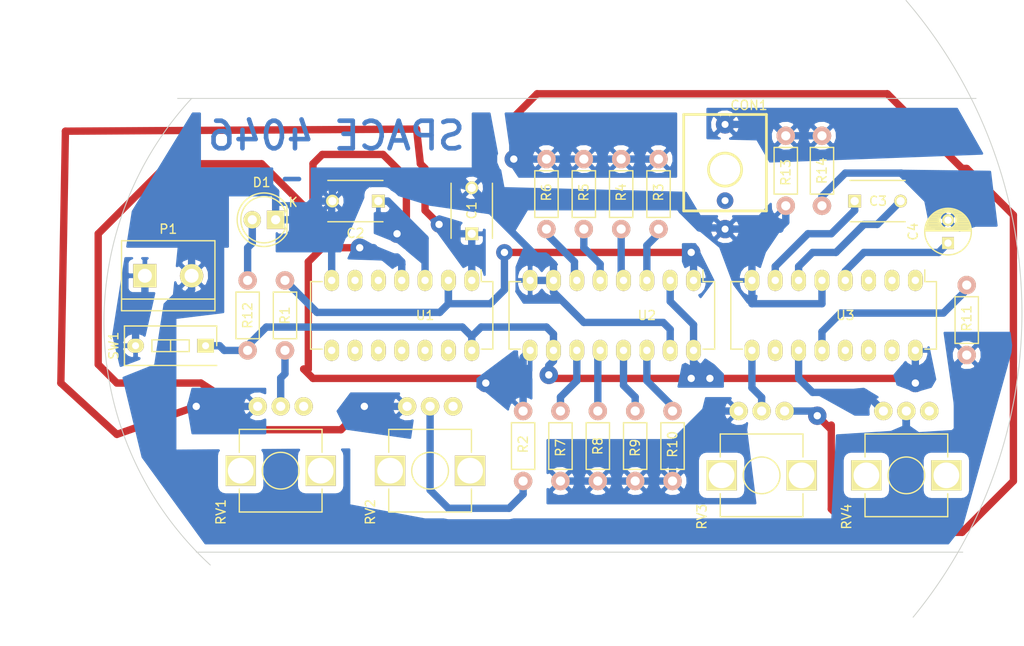
<source format=kicad_pcb>
(kicad_pcb (version 4) (host pcbnew 4.0.4+dfsg1-stable)

  (general
    (links 56)
    (no_connects 0)
    (area 17.042001 101.499999 134.720001 180.390001)
    (thickness 1.6)
    (drawings 18)
    (tracks 259)
    (zones 0)
    (modules 29)
    (nets 29)
  )

  (page A4)
  (layers
    (0 F.Cu jumper hide)
    (31 B.Cu mixed)
    (33 F.Adhes user)
    (35 F.Paste user hide)
    (37 F.SilkS user)
    (39 F.Mask user)
    (44 Edge.Cuts user)
    (47 F.CrtYd user)
    (49 F.Fab user hide)
  )

  (setup
    (last_trace_width 0.8)
    (trace_clearance 0.8)
    (zone_clearance 0.8)
    (zone_45_only no)
    (trace_min 0.8)
    (segment_width 0.2)
    (edge_width 0.1)
    (via_size 2)
    (via_drill 0.8)
    (via_min_size 1.8)
    (via_min_drill 0.8)
    (uvia_size 0.3)
    (uvia_drill 0.1)
    (uvias_allowed no)
    (uvia_min_size 0.2)
    (uvia_min_drill 0.1)
    (pcb_text_width 0.3)
    (pcb_text_size 1.5 1.5)
    (mod_edge_width 0.15)
    (mod_text_size 1 1)
    (mod_text_width 0.15)
    (pad_size 2 2)
    (pad_drill 1)
    (pad_to_mask_clearance 0)
    (aux_axis_origin 28.448 166.751)
    (grid_origin 28.448 166.751)
    (visible_elements FFFFFF79)
    (pcbplotparams
      (layerselection 0x01000_80000000)
      (usegerberextensions true)
      (usegerberattributes true)
      (excludeedgelayer false)
      (linewidth 0.100000)
      (plotframeref false)
      (viasonmask false)
      (mode 1)
      (useauxorigin true)
      (hpglpennumber 1)
      (hpglpenspeed 20)
      (hpglpendiameter 15)
      (hpglpenoverlay 2)
      (psnegative false)
      (psa4output false)
      (plotreference false)
      (plotvalue false)
      (plotinvisibletext false)
      (padsonsilk false)
      (subtractmaskfromsilk false)
      (outputformat 1)
      (mirror false)
      (drillshape 0)
      (scaleselection 1)
      (outputdirectory export_Gerber_4046/test-5/))
  )

  (net 0 "")
  (net 1 "Net-(C1-Pad1)")
  (net 2 GND)
  (net 3 "Net-(C2-Pad1)")
  (net 4 "Net-(C3-Pad1)")
  (net 5 "Net-(C3-Pad2)")
  (net 6 "Net-(D1-Pad2)")
  (net 7 "Net-(P1-Pad1)")
  (net 8 "Net-(R1-Pad1)")
  (net 9 "Net-(R1-Pad2)")
  (net 10 "Net-(R2-Pad1)")
  (net 11 "Net-(R2-Pad2)")
  (net 12 "Net-(R3-Pad1)")
  (net 13 "Net-(R3-Pad2)")
  (net 14 "Net-(R4-Pad1)")
  (net 15 "Net-(R5-Pad1)")
  (net 16 "Net-(R6-Pad1)")
  (net 17 "Net-(R7-Pad1)")
  (net 18 "Net-(R10-Pad1)")
  (net 19 "Net-(R8-Pad1)")
  (net 20 "Net-(R9-Pad1)")
  (net 21 "Net-(R10-Pad2)")
  (net 22 "Net-(R11-Pad2)")
  (net 23 "Net-(RV3-Pad2)")
  (net 24 "Net-(RV4-Pad3)")
  (net 25 vcc)
  (net 26 "Net-(C4-Pad1)")
  (net 27 "Net-(C4-Pad2)")
  (net 28 "Net-(CON1-Pad3)")

  (net_class Default "This is the default net class."
    (clearance 0.8)
    (trace_width 0.8)
    (via_dia 2)
    (via_drill 0.8)
    (uvia_dia 0.3)
    (uvia_drill 0.1)
    (add_net GND)
    (add_net "Net-(C1-Pad1)")
    (add_net "Net-(C2-Pad1)")
    (add_net "Net-(C3-Pad1)")
    (add_net "Net-(C3-Pad2)")
    (add_net "Net-(C4-Pad1)")
    (add_net "Net-(C4-Pad2)")
    (add_net "Net-(CON1-Pad3)")
    (add_net "Net-(D1-Pad2)")
    (add_net "Net-(P1-Pad1)")
    (add_net "Net-(R1-Pad1)")
    (add_net "Net-(R1-Pad2)")
    (add_net "Net-(R10-Pad1)")
    (add_net "Net-(R10-Pad2)")
    (add_net "Net-(R11-Pad2)")
    (add_net "Net-(R2-Pad1)")
    (add_net "Net-(R2-Pad2)")
    (add_net "Net-(R3-Pad1)")
    (add_net "Net-(R3-Pad2)")
    (add_net "Net-(R4-Pad1)")
    (add_net "Net-(R5-Pad1)")
    (add_net "Net-(R6-Pad1)")
    (add_net "Net-(R7-Pad1)")
    (add_net "Net-(R8-Pad1)")
    (add_net "Net-(R9-Pad1)")
    (add_net "Net-(RV3-Pad2)")
    (add_net "Net-(RV4-Pad3)")
    (add_net vcc)
  )

  (net_class piti ""
    (clearance 0.8)
    (trace_width 0.8)
    (via_dia 1.8)
    (via_drill 0.8)
    (uvia_dia 0.3)
    (uvia_drill 0.1)
  )

  (module PJ301M-12 (layer F.Cu) (tedit 58247C06) (tstamp 58246EB8)
    (at 96.139 125.095)
    (tags conn-Jack)
    (path /5824724F)
    (fp_text reference CON1 (at 2.6 -7) (layer F.SilkS)
      (effects (font (size 1 1) (thickness 0.15)))
    )
    (fp_text value jack-PJ301M-12 (at 0 -2.7) (layer F.Fab)
      (effects (font (size 1 1) (thickness 0.15)))
    )
    (fp_line (start 4.5 4.5) (end 4.5 -6) (layer F.SilkS) (width 0.3))
    (fp_line (start 4.5 -6) (end -4.5 -6) (layer F.SilkS) (width 0.3))
    (fp_line (start -4.5 -6) (end -4.5 4.5) (layer F.SilkS) (width 0.3))
    (fp_line (start -4.5 4.5) (end 4.5 4.5) (layer F.SilkS) (width 0.3))
    (fp_circle (center 0 0) (end 1.8 0) (layer F.SilkS) (width 0.3))
    (pad 3 thru_hole circle (at 0 -4.92) (size 2 2) (drill 0.762) (layers *.Cu *.Mask)
      (net 28 "Net-(CON1-Pad3)"))
    (pad 2 thru_hole circle (at 0 3.38) (size 1.8 1.8) (drill 0.762) (layers *.Cu *.Mask))
    (pad 1 thru_hole circle (at 0 6.48) (size 2 2) (drill oval 0.762) (layers *.Cu *.Mask)
      (net 2 GND))
    (pad "" np_thru_hole circle (at 0 0) (size 3 3) (drill 3) (layers *.Cu *.Mask)
      (zone_connect 2))
  )

  (module Potentiometers:Potentiometer_Alpha-RV09 (layer F.Cu) (tedit 582416EA) (tstamp 579B5032)
    (at 118.364 151.384 270)
    (descr "9mm insulated shaft potentiometer")
    (tags "Potentiometer Alpha Pot 9mm RV09")
    (path /577F856C)
    (fp_text reference RV4 (at 11.5 9 450) (layer F.SilkS)
      (effects (font (size 1 1) (thickness 0.15)))
    )
    (fp_text value 500K (at 7 -5.5 270) (layer F.Fab)
      (effects (font (size 1 1) (thickness 0.15)))
    )
    (fp_line (start 2 -2.5) (end 2 -1) (layer F.CrtYd) (width 0.05))
    (fp_line (start 5 -4) (end 9 -4) (layer F.CrtYd) (width 0.05))
    (fp_line (start 5 -4) (end 5 -2.5) (layer F.CrtYd) (width 0.05))
    (fp_line (start 5 -2.5) (end 2 -2.5) (layer F.CrtYd) (width 0.05))
    (fp_line (start -1 -1) (end 2 -1) (layer F.CrtYd) (width 0.05))
    (fp_line (start 9 -4) (end 9 -2.5) (layer F.CrtYd) (width 0.05))
    (fp_line (start 9 -2.5) (end 12 -2.5) (layer F.CrtYd) (width 0.05))
    (fp_line (start 12 -2.5) (end 12 7.5) (layer F.CrtYd) (width 0.05))
    (fp_line (start 12 7.5) (end 9 7.5) (layer F.CrtYd) (width 0.05))
    (fp_line (start 9 7.5) (end 9 9) (layer F.CrtYd) (width 0.05))
    (fp_line (start 9 9) (end 5 9) (layer F.CrtYd) (width 0.05))
    (fp_line (start 5 9) (end 5 7.5) (layer F.CrtYd) (width 0.05))
    (fp_line (start 5 7.5) (end 2 7.5) (layer F.CrtYd) (width 0.05))
    (fp_line (start 2 7.5) (end 2 6) (layer F.CrtYd) (width 0.05))
    (fp_line (start 2 6) (end -1 6) (layer F.CrtYd) (width 0.05))
    (fp_line (start -1 6) (end -1 -1) (layer F.CrtYd) (width 0.05))
    (fp_line (start 11.5 7) (end 9 7) (layer F.SilkS) (width 0.15))
    (fp_line (start 5 7) (end 2.5 7) (layer F.SilkS) (width 0.15))
    (fp_line (start 5 -2) (end 2.5 -2) (layer F.SilkS) (width 0.15))
    (fp_line (start 11.5 -2) (end 9 -2) (layer F.SilkS) (width 0.15))
    (fp_line (start 2.5 -2) (end 2.5 7) (layer F.SilkS) (width 0.15))
    (fp_line (start 11.5 -2) (end 11.5 7) (layer F.SilkS) (width 0.15))
    (fp_circle (center 7 2.5) (end 9 2.5) (layer F.SilkS) (width 0.15))
    (pad 1 thru_hole circle (at 0 0 180) (size 2 2) (drill 1) (layers *.Cu *.Mask F.SilkS))
    (pad 2 thru_hole circle (at 0 2.5 180) (size 2 2) (drill 1) (layers *.Cu *.Mask F.SilkS)
      (net 2 GND))
    (pad 3 thru_hole circle (at 0 5 180) (size 2 2) (drill 1) (layers *.Cu *.Mask F.SilkS)
      (net 24 "Net-(RV4-Pad3)"))
    (pad 4 thru_hole rect (at 7 -1.85 180) (size 3.3 3.3) (drill 2.8) (layers *.Cu *.Mask F.SilkS))
    (pad 5 thru_hole rect (at 7 6.85 180) (size 3.3 3.3) (drill 2.8) (layers *.Cu *.Mask F.SilkS))
  )

  (module Potentiometers:Potentiometer_Alpha-RV09 (layer F.Cu) (tedit 5824162C) (tstamp 579B5012)
    (at 102.616 151.384 270)
    (descr "9mm insulated shaft potentiometer")
    (tags "Potentiometer Alpha Pot 9mm RV09")
    (path /577F8453)
    (fp_text reference RV3 (at 11.5 9 450) (layer F.SilkS)
      (effects (font (size 1 1) (thickness 0.15)))
    )
    (fp_text value 500K (at 7 -5.5 270) (layer F.Fab)
      (effects (font (size 1 1) (thickness 0.15)))
    )
    (fp_line (start 2 -2.5) (end 2 -1) (layer F.CrtYd) (width 0.05))
    (fp_line (start 5 -4) (end 9 -4) (layer F.CrtYd) (width 0.05))
    (fp_line (start 5 -4) (end 5 -2.5) (layer F.CrtYd) (width 0.05))
    (fp_line (start 5 -2.5) (end 2 -2.5) (layer F.CrtYd) (width 0.05))
    (fp_line (start -1 -1) (end 2 -1) (layer F.CrtYd) (width 0.05))
    (fp_line (start 9 -4) (end 9 -2.5) (layer F.CrtYd) (width 0.05))
    (fp_line (start 9 -2.5) (end 12 -2.5) (layer F.CrtYd) (width 0.05))
    (fp_line (start 12 -2.5) (end 12 7.5) (layer F.CrtYd) (width 0.05))
    (fp_line (start 12 7.5) (end 9 7.5) (layer F.CrtYd) (width 0.05))
    (fp_line (start 9 7.5) (end 9 9) (layer F.CrtYd) (width 0.05))
    (fp_line (start 9 9) (end 5 9) (layer F.CrtYd) (width 0.05))
    (fp_line (start 5 9) (end 5 7.5) (layer F.CrtYd) (width 0.05))
    (fp_line (start 5 7.5) (end 2 7.5) (layer F.CrtYd) (width 0.05))
    (fp_line (start 2 7.5) (end 2 6) (layer F.CrtYd) (width 0.05))
    (fp_line (start 2 6) (end -1 6) (layer F.CrtYd) (width 0.05))
    (fp_line (start -1 6) (end -1 -1) (layer F.CrtYd) (width 0.05))
    (fp_line (start 11.5 7) (end 9 7) (layer F.SilkS) (width 0.15))
    (fp_line (start 5 7) (end 2.5 7) (layer F.SilkS) (width 0.15))
    (fp_line (start 5 -2) (end 2.5 -2) (layer F.SilkS) (width 0.15))
    (fp_line (start 11.5 -2) (end 9 -2) (layer F.SilkS) (width 0.15))
    (fp_line (start 2.5 -2) (end 2.5 7) (layer F.SilkS) (width 0.15))
    (fp_line (start 11.5 -2) (end 11.5 7) (layer F.SilkS) (width 0.15))
    (fp_circle (center 7 2.5) (end 9 2.5) (layer F.SilkS) (width 0.15))
    (pad 1 thru_hole circle (at 0 0 180) (size 2 2) (drill 1) (layers *.Cu *.Mask F.SilkS)
      (net 13 "Net-(R3-Pad2)"))
    (pad 2 thru_hole circle (at 0 2.5 180) (size 2 2) (drill 1) (layers *.Cu *.Mask F.SilkS)
      (net 23 "Net-(RV3-Pad2)"))
    (pad 3 thru_hole circle (at 0 5 180) (size 2 2) (drill 1) (layers *.Cu *.Mask F.SilkS)
      (net 18 "Net-(R10-Pad1)"))
    (pad 4 thru_hole rect (at 7 -1.85 180) (size 3.3 3.3) (drill 2.8) (layers *.Cu *.Mask F.SilkS))
    (pad 5 thru_hole rect (at 7 6.85 180) (size 3.3 3.3) (drill 2.8) (layers *.Cu *.Mask F.SilkS))
  )

  (module Capacitors_ThroughHole:C_Disc_D6_P5 (layer F.Cu) (tedit 581A169D) (tstamp 579B4EDB)
    (at 68.58 132.08 90)
    (descr "Capacitor 6mm Disc, Pitch 5mm")
    (tags Capacitor)
    (path /577F7E73)
    (fp_text reference C1 (at 2.54 0 90) (layer F.SilkS)
      (effects (font (size 1 1) (thickness 0.15)))
    )
    (fp_text value 10n (at 7.62 0 90) (layer F.Fab)
      (effects (font (size 1 1) (thickness 0.15)))
    )
    (fp_line (start -0.95 -2.5) (end 5.95 -2.5) (layer F.CrtYd) (width 0.05))
    (fp_line (start 5.95 -2.5) (end 5.95 2.5) (layer F.CrtYd) (width 0.05))
    (fp_line (start 5.95 2.5) (end -0.95 2.5) (layer F.CrtYd) (width 0.05))
    (fp_line (start -0.95 2.5) (end -0.95 -2.5) (layer F.CrtYd) (width 0.05))
    (fp_line (start -0.5 -2.25) (end 5.5 -2.25) (layer F.SilkS) (width 0.15))
    (fp_line (start 5.5 2.25) (end -0.5 2.25) (layer F.SilkS) (width 0.15))
    (pad 1 thru_hole rect (at 0 0 90) (size 1.4 1.4) (drill 0.9) (layers *.Cu *.Mask F.SilkS)
      (net 1 "Net-(C1-Pad1)"))
    (pad 2 thru_hole circle (at 5 0 90) (size 1.4 1.4) (drill 0.9) (layers *.Cu *.Mask F.SilkS)
      (net 2 GND))
    (model Capacitors_ThroughHole.3dshapes/C_Disc_D6_P5.wrl
      (at (xyz 0.0984252 0 0))
      (scale (xyz 1 1 1))
      (rotate (xyz 0 0 0))
    )
  )

  (module Capacitors_ThroughHole:C_Disc_D6_P5 (layer F.Cu) (tedit 57F279D8) (tstamp 579B4EF3)
    (at 110.236 128.524)
    (descr "Capacitor 6mm Disc, Pitch 5mm")
    (tags Capacitor)
    (path /577F84EF)
    (fp_text reference C3 (at 2.54 0) (layer F.SilkS)
      (effects (font (size 1 1) (thickness 0.15)))
    )
    (fp_text value 10n (at 2.5 3.5) (layer F.Fab)
      (effects (font (size 1 1) (thickness 0.15)))
    )
    (fp_line (start -0.95 -2.5) (end 5.95 -2.5) (layer F.CrtYd) (width 0.05))
    (fp_line (start 5.95 -2.5) (end 5.95 2.5) (layer F.CrtYd) (width 0.05))
    (fp_line (start 5.95 2.5) (end -0.95 2.5) (layer F.CrtYd) (width 0.05))
    (fp_line (start -0.95 2.5) (end -0.95 -2.5) (layer F.CrtYd) (width 0.05))
    (fp_line (start -0.5 -2.25) (end 5.5 -2.25) (layer F.SilkS) (width 0.15))
    (fp_line (start 5.5 2.25) (end -0.5 2.25) (layer F.SilkS) (width 0.15))
    (pad 1 thru_hole rect (at 0 0) (size 1.4 1.4) (drill 0.9) (layers *.Cu *.Mask F.SilkS)
      (net 4 "Net-(C3-Pad1)"))
    (pad 2 thru_hole circle (at 5 0) (size 1.4 1.4) (drill 0.9) (layers *.Cu *.Mask F.SilkS)
      (net 5 "Net-(C3-Pad2)"))
    (model Capacitors_ThroughHole.3dshapes/C_Disc_D6_P5.wrl
      (at (xyz 0.0984252 0 0))
      (scale (xyz 1 1 1))
      (rotate (xyz 0 0 0))
    )
  )

  (module LEDs:LED-5MM (layer F.Cu) (tedit 5570F7EA) (tstamp 579B4EFF)
    (at 47.244 130.556 180)
    (descr "LED 5mm round vertical")
    (tags "LED 5mm round vertical")
    (path /579A12D3)
    (fp_text reference D1 (at 1.524 4.064 180) (layer F.SilkS)
      (effects (font (size 1 1) (thickness 0.15)))
    )
    (fp_text value LED (at 1.524 -3.937 180) (layer F.Fab)
      (effects (font (size 1 1) (thickness 0.15)))
    )
    (fp_line (start -1.5 -1.55) (end -1.5 1.55) (layer F.CrtYd) (width 0.05))
    (fp_arc (start 1.3 0) (end -1.5 1.55) (angle -302) (layer F.CrtYd) (width 0.05))
    (fp_arc (start 1.27 0) (end -1.23 -1.5) (angle 297.5) (layer F.SilkS) (width 0.15))
    (fp_line (start -1.23 1.5) (end -1.23 -1.5) (layer F.SilkS) (width 0.15))
    (fp_circle (center 1.27 0) (end 0.97 -2.5) (layer F.SilkS) (width 0.15))
    (fp_text user K (at -1.905 1.905 180) (layer F.SilkS)
      (effects (font (size 1 1) (thickness 0.15)))
    )
    (pad 1 thru_hole rect (at 0 0 270) (size 2 1.9) (drill 1.00076) (layers *.Cu *.Mask F.SilkS)
      (net 2 GND))
    (pad 2 thru_hole circle (at 2.54 0 180) (size 1.9 1.9) (drill 1.00076) (layers *.Cu *.Mask F.SilkS)
      (net 6 "Net-(D1-Pad2)"))
    (model LEDs.3dshapes/LED-5MM.wrl
      (at (xyz 0.05 0 0))
      (scale (xyz 1 1 1))
      (rotate (xyz 0 0 90))
    )
  )

  (module Connect:bornier2 (layer F.Cu) (tedit 0) (tstamp 579B4F0A)
    (at 35.56 136.652)
    (descr "Bornier d'alimentation 2 pins")
    (tags DEV)
    (path /579A2A15)
    (fp_text reference P1 (at 0 -5.08) (layer F.SilkS)
      (effects (font (size 1 1) (thickness 0.15)))
    )
    (fp_text value "Pile 1+/2-" (at 0 5.08) (layer F.Fab)
      (effects (font (size 1 1) (thickness 0.15)))
    )
    (fp_line (start 5.08 2.54) (end -5.08 2.54) (layer F.SilkS) (width 0.15))
    (fp_line (start 5.08 3.81) (end 5.08 -3.81) (layer F.SilkS) (width 0.15))
    (fp_line (start 5.08 -3.81) (end -5.08 -3.81) (layer F.SilkS) (width 0.15))
    (fp_line (start -5.08 -3.81) (end -5.08 3.81) (layer F.SilkS) (width 0.15))
    (fp_line (start -5.08 3.81) (end 5.08 3.81) (layer F.SilkS) (width 0.15))
    (pad 1 thru_hole rect (at -2.54 0) (size 2.54 2.54) (drill 1.524) (layers *.Cu *.Mask F.SilkS)
      (net 7 "Net-(P1-Pad1)"))
    (pad 2 thru_hole circle (at 2.54 0) (size 2.54 2.54) (drill 1.524) (layers *.Cu *.Mask F.SilkS)
      (net 2 GND))
    (model Connect.3dshapes/bornier2.wrl
      (at (xyz 0 0 0))
      (scale (xyz 1 1 1))
      (rotate (xyz 0 0 0))
    )
  )

  (module Potentiometers:Potentiometer_Alpha-RV09 (layer F.Cu) (tedit 5824173F) (tstamp 579B4FD2)
    (at 50.292 150.876 270)
    (descr "9mm insulated shaft potentiometer")
    (tags "Potentiometer Alpha Pot 9mm RV09")
    (path /577F7D9D)
    (fp_text reference RV1 (at 11.5 9 450) (layer F.SilkS)
      (effects (font (size 1 1) (thickness 0.15)))
    )
    (fp_text value 500K (at 7 -5.5 270) (layer F.Fab)
      (effects (font (size 1 1) (thickness 0.15)))
    )
    (fp_line (start 2 -2.5) (end 2 -1) (layer F.CrtYd) (width 0.05))
    (fp_line (start 5 -4) (end 9 -4) (layer F.CrtYd) (width 0.05))
    (fp_line (start 5 -4) (end 5 -2.5) (layer F.CrtYd) (width 0.05))
    (fp_line (start 5 -2.5) (end 2 -2.5) (layer F.CrtYd) (width 0.05))
    (fp_line (start -1 -1) (end 2 -1) (layer F.CrtYd) (width 0.05))
    (fp_line (start 9 -4) (end 9 -2.5) (layer F.CrtYd) (width 0.05))
    (fp_line (start 9 -2.5) (end 12 -2.5) (layer F.CrtYd) (width 0.05))
    (fp_line (start 12 -2.5) (end 12 7.5) (layer F.CrtYd) (width 0.05))
    (fp_line (start 12 7.5) (end 9 7.5) (layer F.CrtYd) (width 0.05))
    (fp_line (start 9 7.5) (end 9 9) (layer F.CrtYd) (width 0.05))
    (fp_line (start 9 9) (end 5 9) (layer F.CrtYd) (width 0.05))
    (fp_line (start 5 9) (end 5 7.5) (layer F.CrtYd) (width 0.05))
    (fp_line (start 5 7.5) (end 2 7.5) (layer F.CrtYd) (width 0.05))
    (fp_line (start 2 7.5) (end 2 6) (layer F.CrtYd) (width 0.05))
    (fp_line (start 2 6) (end -1 6) (layer F.CrtYd) (width 0.05))
    (fp_line (start -1 6) (end -1 -1) (layer F.CrtYd) (width 0.05))
    (fp_line (start 11.5 7) (end 9 7) (layer F.SilkS) (width 0.15))
    (fp_line (start 5 7) (end 2.5 7) (layer F.SilkS) (width 0.15))
    (fp_line (start 5 -2) (end 2.5 -2) (layer F.SilkS) (width 0.15))
    (fp_line (start 11.5 -2) (end 9 -2) (layer F.SilkS) (width 0.15))
    (fp_line (start 2.5 -2) (end 2.5 7) (layer F.SilkS) (width 0.15))
    (fp_line (start 11.5 -2) (end 11.5 7) (layer F.SilkS) (width 0.15))
    (fp_circle (center 7 2.5) (end 9 2.5) (layer F.SilkS) (width 0.15))
    (pad 1 thru_hole circle (at 0 0 180) (size 2 2) (drill 1) (layers *.Cu *.Mask F.SilkS))
    (pad 2 thru_hole circle (at 0 2.5 180) (size 2 2) (drill 1) (layers *.Cu *.Mask F.SilkS)
      (net 8 "Net-(R1-Pad1)"))
    (pad 3 thru_hole circle (at 0 5 180) (size 2 2) (drill 1) (layers *.Cu *.Mask F.SilkS)
      (net 1 "Net-(C1-Pad1)"))
    (pad 4 thru_hole rect (at 7 -1.85 180) (size 3.3 3.3) (drill 2.8) (layers *.Cu *.Mask F.SilkS))
    (pad 5 thru_hole rect (at 7 6.85 180) (size 3.3 3.3) (drill 2.8) (layers *.Cu *.Mask F.SilkS))
  )

  (module Potentiometers:Potentiometer_Alpha-RV09 (layer F.Cu) (tedit 58241763) (tstamp 579B4FF2)
    (at 66.548 150.876 270)
    (descr "9mm insulated shaft potentiometer")
    (tags "Potentiometer Alpha Pot 9mm RV09")
    (path /577F7E4C)
    (fp_text reference RV2 (at 11.5 9 450) (layer F.SilkS)
      (effects (font (size 1 1) (thickness 0.15)))
    )
    (fp_text value 500K (at 7 -5.5 270) (layer F.Fab)
      (effects (font (size 1 1) (thickness 0.15)))
    )
    (fp_line (start 2 -2.5) (end 2 -1) (layer F.CrtYd) (width 0.05))
    (fp_line (start 5 -4) (end 9 -4) (layer F.CrtYd) (width 0.05))
    (fp_line (start 5 -4) (end 5 -2.5) (layer F.CrtYd) (width 0.05))
    (fp_line (start 5 -2.5) (end 2 -2.5) (layer F.CrtYd) (width 0.05))
    (fp_line (start -1 -1) (end 2 -1) (layer F.CrtYd) (width 0.05))
    (fp_line (start 9 -4) (end 9 -2.5) (layer F.CrtYd) (width 0.05))
    (fp_line (start 9 -2.5) (end 12 -2.5) (layer F.CrtYd) (width 0.05))
    (fp_line (start 12 -2.5) (end 12 7.5) (layer F.CrtYd) (width 0.05))
    (fp_line (start 12 7.5) (end 9 7.5) (layer F.CrtYd) (width 0.05))
    (fp_line (start 9 7.5) (end 9 9) (layer F.CrtYd) (width 0.05))
    (fp_line (start 9 9) (end 5 9) (layer F.CrtYd) (width 0.05))
    (fp_line (start 5 9) (end 5 7.5) (layer F.CrtYd) (width 0.05))
    (fp_line (start 5 7.5) (end 2 7.5) (layer F.CrtYd) (width 0.05))
    (fp_line (start 2 7.5) (end 2 6) (layer F.CrtYd) (width 0.05))
    (fp_line (start 2 6) (end -1 6) (layer F.CrtYd) (width 0.05))
    (fp_line (start -1 6) (end -1 -1) (layer F.CrtYd) (width 0.05))
    (fp_line (start 11.5 7) (end 9 7) (layer F.SilkS) (width 0.15))
    (fp_line (start 5 7) (end 2.5 7) (layer F.SilkS) (width 0.15))
    (fp_line (start 5 -2) (end 2.5 -2) (layer F.SilkS) (width 0.15))
    (fp_line (start 11.5 -2) (end 9 -2) (layer F.SilkS) (width 0.15))
    (fp_line (start 2.5 -2) (end 2.5 7) (layer F.SilkS) (width 0.15))
    (fp_line (start 11.5 -2) (end 11.5 7) (layer F.SilkS) (width 0.15))
    (fp_circle (center 7 2.5) (end 9 2.5) (layer F.SilkS) (width 0.15))
    (pad 1 thru_hole circle (at 0 0 180) (size 2 2) (drill 1) (layers *.Cu *.Mask F.SilkS))
    (pad 2 thru_hole circle (at 0 2.5 180) (size 2 2) (drill 1) (layers *.Cu *.Mask F.SilkS)
      (net 10 "Net-(R2-Pad1)"))
    (pad 3 thru_hole circle (at 0 5 180) (size 2 2) (drill 1) (layers *.Cu *.Mask F.SilkS)
      (net 3 "Net-(C2-Pad1)"))
    (pad 4 thru_hole rect (at 7 -1.85 180) (size 3.3 3.3) (drill 2.8) (layers *.Cu *.Mask F.SilkS))
    (pad 5 thru_hole rect (at 7 6.85 180) (size 3.3 3.3) (drill 2.8) (layers *.Cu *.Mask F.SilkS))
  )

  (module Buttons_Switches_ThroughHole:SW_DIP_x1_Slide (layer F.Cu) (tedit 54C4BC96) (tstamp 579B5045)
    (at 39.624 144.272 90)
    (descr "CTS Electrocomponents, Series 206/208")
    (path /579A138B)
    (fp_text reference SW1 (at 0 -10 90) (layer F.SilkS)
      (effects (font (size 1 1) (thickness 0.15)))
    )
    (fp_text value SPST (at 0.5 2.4 90) (layer F.Fab)
      (effects (font (size 1 1) (thickness 0.15)))
    )
    (fp_line (start 2.5 1.55) (end -2.5 1.55) (layer F.CrtYd) (width 0.05))
    (fp_line (start -2.5 1.55) (end -2.5 -9.15) (layer F.CrtYd) (width 0.05))
    (fp_line (start -2.5 -9.15) (end 2.5 -9.15) (layer F.CrtYd) (width 0.05))
    (fp_line (start 2.5 -9.15) (end 2.5 1.55) (layer F.CrtYd) (width 0.05))
    (fp_line (start -2.15 -8.83) (end 2.15 -8.83) (layer F.SilkS) (width 0.15))
    (fp_line (start 0 1.21) (end 2.15 1.21) (layer F.SilkS) (width 0.15))
    (fp_line (start -2.15 -8.83) (end -2.15 1.21) (layer F.SilkS) (width 0.15))
    (fp_line (start 2.15 -8.83) (end 2.15 1.21) (layer F.SilkS) (width 0.15))
    (fp_line (start -0.64 -3.81) (end 0.64 -3.81) (layer F.SilkS) (width 0.15))
    (fp_line (start -0.64 -5.84) (end -0.64 -1.78) (layer F.SilkS) (width 0.15))
    (fp_line (start -0.64 -1.78) (end 0.64 -1.78) (layer F.SilkS) (width 0.15))
    (fp_line (start 0.64 -1.78) (end 0.64 -5.84) (layer F.SilkS) (width 0.15))
    (fp_line (start 0.64 -5.84) (end -0.64 -5.84) (layer F.SilkS) (width 0.15))
    (pad 1 thru_hole rect (at 0 0 90) (size 1.524 1.824) (drill 0.762) (layers *.Cu *.Mask F.SilkS)
      (net 25 vcc))
    (pad 2 thru_hole oval (at 0 -7.62 90) (size 1.524 1.824) (drill 0.762) (layers *.Cu *.Mask F.SilkS)
      (net 7 "Net-(P1-Pad1)"))
    (model Buttons_Switches_ThroughHole.3dshapes/SW_DIP_x1_Slide.wrl
      (at (xyz 0 0 0))
      (scale (xyz 1 1 1))
      (rotate (xyz 0 0 0))
    )
  )

  (module Housings_DIP:DIP-14_W7.62mm_LongPads (layer F.Cu) (tedit 57F27993) (tstamp 579B5062)
    (at 68.58 137.16 270)
    (descr "14-lead dip package, row spacing 7.62 mm (300 mils), longer pads")
    (tags "dil dip 2.54 300")
    (path /577F7EC7)
    (fp_text reference U1 (at 3.81 5.08 360) (layer F.SilkS)
      (effects (font (size 1 1) (thickness 0.15)))
    )
    (fp_text value 40106 (at 3.81 11.43 360) (layer F.Fab)
      (effects (font (size 1 1) (thickness 0.15)))
    )
    (fp_line (start -1.4 -2.45) (end -1.4 17.7) (layer F.CrtYd) (width 0.05))
    (fp_line (start 9 -2.45) (end 9 17.7) (layer F.CrtYd) (width 0.05))
    (fp_line (start -1.4 -2.45) (end 9 -2.45) (layer F.CrtYd) (width 0.05))
    (fp_line (start -1.4 17.7) (end 9 17.7) (layer F.CrtYd) (width 0.05))
    (fp_line (start 0.135 -2.295) (end 0.135 -1.025) (layer F.SilkS) (width 0.15))
    (fp_line (start 7.485 -2.295) (end 7.485 -1.025) (layer F.SilkS) (width 0.15))
    (fp_line (start 7.485 17.535) (end 7.485 16.265) (layer F.SilkS) (width 0.15))
    (fp_line (start 0.135 17.535) (end 0.135 16.265) (layer F.SilkS) (width 0.15))
    (fp_line (start 0.135 -2.295) (end 7.485 -2.295) (layer F.SilkS) (width 0.15))
    (fp_line (start 0.135 17.535) (end 7.485 17.535) (layer F.SilkS) (width 0.15))
    (fp_line (start 0.135 -1.025) (end -1.15 -1.025) (layer F.SilkS) (width 0.15))
    (pad 1 thru_hole oval (at 0 0 270) (size 2.3 1.6) (drill 0.8) (layers *.Cu *.Mask F.SilkS)
      (net 1 "Net-(C1-Pad1)"))
    (pad 2 thru_hole oval (at 0 2.54 270) (size 2.3 1.6) (drill 0.8) (layers *.Cu *.Mask F.SilkS)
      (net 9 "Net-(R1-Pad2)"))
    (pad 3 thru_hole oval (at 0 5.08 270) (size 2.3 1.6) (drill 0.8) (layers *.Cu *.Mask F.SilkS)
      (net 3 "Net-(C2-Pad1)"))
    (pad 4 thru_hole oval (at 0 7.62 270) (size 2.3 1.6) (drill 0.8) (layers *.Cu *.Mask F.SilkS)
      (net 11 "Net-(R2-Pad2)"))
    (pad 5 thru_hole oval (at 0 10.16 270) (size 2.3 1.6) (drill 0.8) (layers *.Cu *.Mask F.SilkS))
    (pad 6 thru_hole oval (at 0 12.7 270) (size 2.3 1.6) (drill 0.8) (layers *.Cu *.Mask F.SilkS))
    (pad 7 thru_hole oval (at 0 15.24 270) (size 2.3 1.6) (drill 0.8) (layers *.Cu *.Mask F.SilkS)
      (net 2 GND))
    (pad 8 thru_hole oval (at 7.62 15.24 270) (size 2.3 1.6) (drill 0.8) (layers *.Cu *.Mask F.SilkS))
    (pad 9 thru_hole oval (at 7.62 12.7 270) (size 2.3 1.6) (drill 0.8) (layers *.Cu *.Mask F.SilkS))
    (pad 10 thru_hole oval (at 7.62 10.16 270) (size 2.3 1.6) (drill 0.8) (layers *.Cu *.Mask F.SilkS))
    (pad 11 thru_hole oval (at 7.62 7.62 270) (size 2.3 1.6) (drill 0.8) (layers *.Cu *.Mask F.SilkS))
    (pad 12 thru_hole oval (at 7.62 5.08 270) (size 2.3 1.6) (drill 0.8) (layers *.Cu *.Mask F.SilkS))
    (pad 13 thru_hole oval (at 7.62 2.54 270) (size 2.3 1.6) (drill 0.8) (layers *.Cu *.Mask F.SilkS))
    (pad 14 thru_hole oval (at 7.62 0 270) (size 2.3 1.6) (drill 0.8) (layers *.Cu *.Mask F.SilkS)
      (net 25 vcc))
    (model Housings_DIP.3dshapes/DIP-14_W7.62mm_LongPads.wrl
      (at (xyz 0 0 0))
      (scale (xyz 1 1 1))
      (rotate (xyz 0 0 0))
    )
  )

  (module Housings_DIP:DIP-16_W7.62mm_LongPads (layer F.Cu) (tedit 57F27985) (tstamp 579B5081)
    (at 92.71 137.16 270)
    (descr "16-lead dip package, row spacing 7.62 mm (300 mils), longer pads")
    (tags "dil dip 2.54 300")
    (path /577F8011)
    (fp_text reference U2 (at 3.81 5.08 360) (layer F.SilkS)
      (effects (font (size 1 1) (thickness 0.15)))
    )
    (fp_text value 4520 (at 3.81 0 360) (layer F.Fab)
      (effects (font (size 1 1) (thickness 0.15)))
    )
    (fp_line (start -1.4 -2.45) (end -1.4 20.25) (layer F.CrtYd) (width 0.05))
    (fp_line (start 9 -2.45) (end 9 20.25) (layer F.CrtYd) (width 0.05))
    (fp_line (start -1.4 -2.45) (end 9 -2.45) (layer F.CrtYd) (width 0.05))
    (fp_line (start -1.4 20.25) (end 9 20.25) (layer F.CrtYd) (width 0.05))
    (fp_line (start 0.135 -2.295) (end 0.135 -1.025) (layer F.SilkS) (width 0.15))
    (fp_line (start 7.485 -2.295) (end 7.485 -1.025) (layer F.SilkS) (width 0.15))
    (fp_line (start 7.485 20.075) (end 7.485 18.805) (layer F.SilkS) (width 0.15))
    (fp_line (start 0.135 20.075) (end 0.135 18.805) (layer F.SilkS) (width 0.15))
    (fp_line (start 0.135 -2.295) (end 7.485 -2.295) (layer F.SilkS) (width 0.15))
    (fp_line (start 0.135 20.075) (end 7.485 20.075) (layer F.SilkS) (width 0.15))
    (fp_line (start 0.135 -1.025) (end -1.15 -1.025) (layer F.SilkS) (width 0.15))
    (pad 1 thru_hole oval (at 0 0 270) (size 2.3 1.6) (drill 0.8) (layers *.Cu *.Mask F.SilkS)
      (net 9 "Net-(R1-Pad2)"))
    (pad 2 thru_hole oval (at 0 2.54 270) (size 2.3 1.6) (drill 0.8) (layers *.Cu *.Mask F.SilkS)
      (net 25 vcc))
    (pad 3 thru_hole oval (at 0 5.08 270) (size 2.3 1.6) (drill 0.8) (layers *.Cu *.Mask F.SilkS)
      (net 12 "Net-(R3-Pad1)"))
    (pad 4 thru_hole oval (at 0 7.62 270) (size 2.3 1.6) (drill 0.8) (layers *.Cu *.Mask F.SilkS)
      (net 14 "Net-(R4-Pad1)"))
    (pad 5 thru_hole oval (at 0 10.16 270) (size 2.3 1.6) (drill 0.8) (layers *.Cu *.Mask F.SilkS)
      (net 15 "Net-(R5-Pad1)"))
    (pad 6 thru_hole oval (at 0 12.7 270) (size 2.3 1.6) (drill 0.8) (layers *.Cu *.Mask F.SilkS)
      (net 16 "Net-(R6-Pad1)"))
    (pad 7 thru_hole oval (at 0 15.24 270) (size 2.3 1.6) (drill 0.8) (layers *.Cu *.Mask F.SilkS)
      (net 2 GND))
    (pad 8 thru_hole oval (at 0 17.78 270) (size 2.3 1.6) (drill 0.8) (layers *.Cu *.Mask F.SilkS)
      (net 2 GND))
    (pad 9 thru_hole oval (at 7.62 17.78 270) (size 2.3 1.6) (drill 0.8) (layers *.Cu *.Mask F.SilkS)
      (net 11 "Net-(R2-Pad2)"))
    (pad 10 thru_hole oval (at 7.62 15.24 270) (size 2.3 1.6) (drill 0.8) (layers *.Cu *.Mask F.SilkS)
      (net 25 vcc))
    (pad 11 thru_hole oval (at 7.62 12.7 270) (size 2.3 1.6) (drill 0.8) (layers *.Cu *.Mask F.SilkS)
      (net 17 "Net-(R7-Pad1)"))
    (pad 12 thru_hole oval (at 7.62 10.16 270) (size 2.3 1.6) (drill 0.8) (layers *.Cu *.Mask F.SilkS)
      (net 19 "Net-(R8-Pad1)"))
    (pad 13 thru_hole oval (at 7.62 7.62 270) (size 2.3 1.6) (drill 0.8) (layers *.Cu *.Mask F.SilkS)
      (net 20 "Net-(R9-Pad1)"))
    (pad 14 thru_hole oval (at 7.62 5.08 270) (size 2.3 1.6) (drill 0.8) (layers *.Cu *.Mask F.SilkS)
      (net 21 "Net-(R10-Pad2)"))
    (pad 15 thru_hole oval (at 7.62 2.54 270) (size 2.3 1.6) (drill 0.8) (layers *.Cu *.Mask F.SilkS)
      (net 2 GND))
    (pad 16 thru_hole oval (at 7.62 0 270) (size 2.3 1.6) (drill 0.8) (layers *.Cu *.Mask F.SilkS)
      (net 25 vcc))
    (model Housings_DIP.3dshapes/DIP-16_W7.62mm_LongPads.wrl
      (at (xyz 0 0 0))
      (scale (xyz 1 1 1))
      (rotate (xyz 0 0 0))
    )
  )

  (module Housings_DIP:DIP-16_W7.62mm_LongPads (layer F.Cu) (tedit 57F279FE) (tstamp 579B50A0)
    (at 116.84 137.16 270)
    (descr "16-lead dip package, row spacing 7.62 mm (300 mils), longer pads")
    (tags "dil dip 2.54 300")
    (path /577F8498)
    (fp_text reference U3 (at 3.81 7.62 360) (layer F.SilkS)
      (effects (font (size 1 1) (thickness 0.15)))
    )
    (fp_text value 4046 (at 3.81 12.7 360) (layer F.Fab)
      (effects (font (size 1 1) (thickness 0.15)))
    )
    (fp_line (start -1.4 -2.45) (end -1.4 20.25) (layer F.CrtYd) (width 0.05))
    (fp_line (start 9 -2.45) (end 9 20.25) (layer F.CrtYd) (width 0.05))
    (fp_line (start -1.4 -2.45) (end 9 -2.45) (layer F.CrtYd) (width 0.05))
    (fp_line (start -1.4 20.25) (end 9 20.25) (layer F.CrtYd) (width 0.05))
    (fp_line (start 0.135 -2.295) (end 0.135 -1.025) (layer F.SilkS) (width 0.15))
    (fp_line (start 7.485 -2.295) (end 7.485 -1.025) (layer F.SilkS) (width 0.15))
    (fp_line (start 7.485 20.075) (end 7.485 18.805) (layer F.SilkS) (width 0.15))
    (fp_line (start 0.135 20.075) (end 0.135 18.805) (layer F.SilkS) (width 0.15))
    (fp_line (start 0.135 -2.295) (end 7.485 -2.295) (layer F.SilkS) (width 0.15))
    (fp_line (start 0.135 20.075) (end 7.485 20.075) (layer F.SilkS) (width 0.15))
    (fp_line (start 0.135 -1.025) (end -1.15 -1.025) (layer F.SilkS) (width 0.15))
    (pad 1 thru_hole oval (at 0 0 270) (size 2.3 1.6) (drill 0.8) (layers *.Cu *.Mask F.SilkS))
    (pad 2 thru_hole oval (at 0 2.54 270) (size 2.3 1.6) (drill 0.8) (layers *.Cu *.Mask F.SilkS))
    (pad 3 thru_hole oval (at 0 5.08 270) (size 2.3 1.6) (drill 0.8) (layers *.Cu *.Mask F.SilkS))
    (pad 4 thru_hole oval (at 0 7.62 270) (size 2.3 1.6) (drill 0.8) (layers *.Cu *.Mask F.SilkS)
      (net 26 "Net-(C4-Pad1)"))
    (pad 5 thru_hole oval (at 0 10.16 270) (size 2.3 1.6) (drill 0.8) (layers *.Cu *.Mask F.SilkS)
      (net 2 GND))
    (pad 6 thru_hole oval (at 0 12.7 270) (size 2.3 1.6) (drill 0.8) (layers *.Cu *.Mask F.SilkS)
      (net 5 "Net-(C3-Pad2)"))
    (pad 7 thru_hole oval (at 0 15.24 270) (size 2.3 1.6) (drill 0.8) (layers *.Cu *.Mask F.SilkS)
      (net 4 "Net-(C3-Pad1)"))
    (pad 8 thru_hole oval (at 0 17.78 270) (size 2.3 1.6) (drill 0.8) (layers *.Cu *.Mask F.SilkS)
      (net 2 GND))
    (pad 9 thru_hole oval (at 7.62 17.78 270) (size 2.3 1.6) (drill 0.8) (layers *.Cu *.Mask F.SilkS)
      (net 23 "Net-(RV3-Pad2)"))
    (pad 10 thru_hole oval (at 7.62 15.24 270) (size 2.3 1.6) (drill 0.8) (layers *.Cu *.Mask F.SilkS))
    (pad 11 thru_hole oval (at 7.62 12.7 270) (size 2.3 1.6) (drill 0.8) (layers *.Cu *.Mask F.SilkS)
      (net 24 "Net-(RV4-Pad3)"))
    (pad 12 thru_hole oval (at 7.62 10.16 270) (size 2.3 1.6) (drill 0.8) (layers *.Cu *.Mask F.SilkS)
      (net 22 "Net-(R11-Pad2)"))
    (pad 13 thru_hole oval (at 7.62 7.62 270) (size 2.3 1.6) (drill 0.8) (layers *.Cu *.Mask F.SilkS))
    (pad 14 thru_hole oval (at 7.62 5.08 270) (size 2.3 1.6) (drill 0.8) (layers *.Cu *.Mask F.SilkS))
    (pad 15 thru_hole oval (at 7.62 2.54 270) (size 2.3 1.6) (drill 0.8) (layers *.Cu *.Mask F.SilkS))
    (pad 16 thru_hole oval (at 7.62 0 270) (size 2.3 1.6) (drill 0.8) (layers *.Cu *.Mask F.SilkS)
      (net 25 vcc))
    (model Housings_DIP.3dshapes/DIP-16_W7.62mm_LongPads.wrl
      (at (xyz 0 0 0))
      (scale (xyz 1 1 1))
      (rotate (xyz 0 0 0))
    )
  )

  (module Capacitors_ThroughHole:C_Radial_D5_L6_P2.5 (layer F.Cu) (tedit 0) (tstamp 579C1F75)
    (at 120.396 133.096 90)
    (descr "Radial Electrolytic Capacitor Diameter 5mm x Length 6mm, Pitch 2.5mm")
    (tags "Electrolytic Capacitor")
    (path /579BCDE9)
    (fp_text reference C4 (at 1.25 -3.8 90) (layer F.SilkS)
      (effects (font (size 1 1) (thickness 0.15)))
    )
    (fp_text value 10uF (at 1.25 3.8 90) (layer F.Fab)
      (effects (font (size 1 1) (thickness 0.15)))
    )
    (fp_line (start 1.325 -2.499) (end 1.325 2.499) (layer F.SilkS) (width 0.15))
    (fp_line (start 1.465 -2.491) (end 1.465 2.491) (layer F.SilkS) (width 0.15))
    (fp_line (start 1.605 -2.475) (end 1.605 -0.095) (layer F.SilkS) (width 0.15))
    (fp_line (start 1.605 0.095) (end 1.605 2.475) (layer F.SilkS) (width 0.15))
    (fp_line (start 1.745 -2.451) (end 1.745 -0.49) (layer F.SilkS) (width 0.15))
    (fp_line (start 1.745 0.49) (end 1.745 2.451) (layer F.SilkS) (width 0.15))
    (fp_line (start 1.885 -2.418) (end 1.885 -0.657) (layer F.SilkS) (width 0.15))
    (fp_line (start 1.885 0.657) (end 1.885 2.418) (layer F.SilkS) (width 0.15))
    (fp_line (start 2.025 -2.377) (end 2.025 -0.764) (layer F.SilkS) (width 0.15))
    (fp_line (start 2.025 0.764) (end 2.025 2.377) (layer F.SilkS) (width 0.15))
    (fp_line (start 2.165 -2.327) (end 2.165 -0.835) (layer F.SilkS) (width 0.15))
    (fp_line (start 2.165 0.835) (end 2.165 2.327) (layer F.SilkS) (width 0.15))
    (fp_line (start 2.305 -2.266) (end 2.305 -0.879) (layer F.SilkS) (width 0.15))
    (fp_line (start 2.305 0.879) (end 2.305 2.266) (layer F.SilkS) (width 0.15))
    (fp_line (start 2.445 -2.196) (end 2.445 -0.898) (layer F.SilkS) (width 0.15))
    (fp_line (start 2.445 0.898) (end 2.445 2.196) (layer F.SilkS) (width 0.15))
    (fp_line (start 2.585 -2.114) (end 2.585 -0.896) (layer F.SilkS) (width 0.15))
    (fp_line (start 2.585 0.896) (end 2.585 2.114) (layer F.SilkS) (width 0.15))
    (fp_line (start 2.725 -2.019) (end 2.725 -0.871) (layer F.SilkS) (width 0.15))
    (fp_line (start 2.725 0.871) (end 2.725 2.019) (layer F.SilkS) (width 0.15))
    (fp_line (start 2.865 -1.908) (end 2.865 -0.823) (layer F.SilkS) (width 0.15))
    (fp_line (start 2.865 0.823) (end 2.865 1.908) (layer F.SilkS) (width 0.15))
    (fp_line (start 3.005 -1.78) (end 3.005 -0.745) (layer F.SilkS) (width 0.15))
    (fp_line (start 3.005 0.745) (end 3.005 1.78) (layer F.SilkS) (width 0.15))
    (fp_line (start 3.145 -1.631) (end 3.145 -0.628) (layer F.SilkS) (width 0.15))
    (fp_line (start 3.145 0.628) (end 3.145 1.631) (layer F.SilkS) (width 0.15))
    (fp_line (start 3.285 -1.452) (end 3.285 -0.44) (layer F.SilkS) (width 0.15))
    (fp_line (start 3.285 0.44) (end 3.285 1.452) (layer F.SilkS) (width 0.15))
    (fp_line (start 3.425 -1.233) (end 3.425 1.233) (layer F.SilkS) (width 0.15))
    (fp_line (start 3.565 -0.944) (end 3.565 0.944) (layer F.SilkS) (width 0.15))
    (fp_line (start 3.705 -0.472) (end 3.705 0.472) (layer F.SilkS) (width 0.15))
    (fp_circle (center 2.5 0) (end 2.5 -0.9) (layer F.SilkS) (width 0.15))
    (fp_circle (center 1.25 0) (end 1.25 -2.5375) (layer F.SilkS) (width 0.15))
    (fp_circle (center 1.25 0) (end 1.25 -2.8) (layer F.CrtYd) (width 0.05))
    (pad 1 thru_hole rect (at 0 0 90) (size 1.3 1.3) (drill 0.8) (layers *.Cu *.Mask F.SilkS)
      (net 26 "Net-(C4-Pad1)"))
    (pad 2 thru_hole circle (at 2.5 0 90) (size 1.3 1.3) (drill 0.8) (layers *.Cu *.Mask F.SilkS)
      (net 27 "Net-(C4-Pad2)"))
    (model Capacitors_ThroughHole.3dshapes/C_Radial_D5_L6_P2.5.wrl
      (at (xyz 0.0492126 0 0))
      (scale (xyz 1 1 1))
      (rotate (xyz 0 0 90))
    )
  )

  (module Capacitors_ThroughHole:C_Disc_D6_P5 (layer F.Cu) (tedit 0) (tstamp 581A1285)
    (at 58.42 128.524 180)
    (descr "Capacitor 6mm Disc, Pitch 5mm")
    (tags Capacitor)
    (path /577F7EA4)
    (fp_text reference C2 (at 2.5 -3.5 180) (layer F.SilkS)
      (effects (font (size 1 1) (thickness 0.15)))
    )
    (fp_text value 1u (at 2.5 3.5 180) (layer F.Fab)
      (effects (font (size 1 1) (thickness 0.15)))
    )
    (fp_line (start -0.95 -2.5) (end 5.95 -2.5) (layer F.CrtYd) (width 0.05))
    (fp_line (start 5.95 -2.5) (end 5.95 2.5) (layer F.CrtYd) (width 0.05))
    (fp_line (start 5.95 2.5) (end -0.95 2.5) (layer F.CrtYd) (width 0.05))
    (fp_line (start -0.95 2.5) (end -0.95 -2.5) (layer F.CrtYd) (width 0.05))
    (fp_line (start -0.5 -2.25) (end 5.5 -2.25) (layer F.SilkS) (width 0.15))
    (fp_line (start 5.5 2.25) (end -0.5 2.25) (layer F.SilkS) (width 0.15))
    (pad 1 thru_hole rect (at 0 0 180) (size 1.4 1.4) (drill 0.9) (layers *.Cu *.Mask F.SilkS)
      (net 3 "Net-(C2-Pad1)"))
    (pad 2 thru_hole circle (at 5 0 180) (size 1.4 1.4) (drill 0.9) (layers *.Cu *.Mask F.SilkS)
      (net 2 GND))
    (model Capacitors_ThroughHole.3dshapes/C_Disc_D6_P5.wrl
      (at (xyz 0.0984252 0 0))
      (scale (xyz 1 1 1))
      (rotate (xyz 0 0 0))
    )
  )

  (module lib_Moi:Resistor_Horizontal_RM7mmPrint (layer F.Cu) (tedit 581A1669) (tstamp 581A1290)
    (at 48.26 144.78 90)
    (descr "Resistor, Axial,  RM 7.62mm, 1/3W,")
    (tags "Resistor Axial RM 7.62mm 1/3W R3")
    (path /577F7F31)
    (fp_text reference R1 (at 3.81 0 90) (layer F.SilkS)
      (effects (font (size 1 1) (thickness 0.15)))
    )
    (fp_text value 10k (at 11 0 90) (layer F.Fab)
      (effects (font (size 1 1) (thickness 0.15)))
    )
    (fp_line (start -1.25 -1.5) (end 8.85 -1.5) (layer F.CrtYd) (width 0.05))
    (fp_line (start -1.25 1.5) (end -1.25 -1.5) (layer F.CrtYd) (width 0.05))
    (fp_line (start 8.85 -1.5) (end 8.85 1.5) (layer F.CrtYd) (width 0.05))
    (fp_line (start -1.25 1.5) (end 8.85 1.5) (layer F.CrtYd) (width 0.05))
    (fp_line (start 1.27 -1.27) (end 6.35 -1.27) (layer F.SilkS) (width 0.15))
    (fp_line (start 6.35 -1.27) (end 6.35 1.27) (layer F.SilkS) (width 0.15))
    (fp_line (start 6.35 1.27) (end 1.27 1.27) (layer F.SilkS) (width 0.15))
    (fp_line (start 1.27 1.27) (end 1.27 -1.27) (layer F.SilkS) (width 0.15))
    (pad 1 thru_hole circle (at 0 0 90) (size 1.99898 1.99898) (drill 1.00076) (layers *.Cu *.SilkS *.Mask)
      (net 8 "Net-(R1-Pad1)"))
    (pad 2 thru_hole circle (at 7.62 0 90) (size 1.99898 1.99898) (drill 1.00076) (layers *.Cu *.SilkS *.Mask)
      (net 9 "Net-(R1-Pad2)"))
  )

  (module lib_Moi:Resistor_Horizontal_RM7mmPrint (layer F.Cu) (tedit 57F2230A) (tstamp 581A129D)
    (at 74.168 159.004 90)
    (descr "Resistor, Axial,  RM 7.62mm, 1/3W,")
    (tags "Resistor Axial RM 7.62mm 1/3W R3")
    (path /577F7FAE)
    (fp_text reference R2 (at 4 0 90) (layer F.SilkS)
      (effects (font (size 1 1) (thickness 0.15)))
    )
    (fp_text value 10K (at 11 0 90) (layer F.Fab)
      (effects (font (size 1 1) (thickness 0.15)))
    )
    (fp_line (start -1.25 -1.5) (end 8.85 -1.5) (layer F.CrtYd) (width 0.05))
    (fp_line (start -1.25 1.5) (end -1.25 -1.5) (layer F.CrtYd) (width 0.05))
    (fp_line (start 8.85 -1.5) (end 8.85 1.5) (layer F.CrtYd) (width 0.05))
    (fp_line (start -1.25 1.5) (end 8.85 1.5) (layer F.CrtYd) (width 0.05))
    (fp_line (start 1.27 -1.27) (end 6.35 -1.27) (layer F.SilkS) (width 0.15))
    (fp_line (start 6.35 -1.27) (end 6.35 1.27) (layer F.SilkS) (width 0.15))
    (fp_line (start 6.35 1.27) (end 1.27 1.27) (layer F.SilkS) (width 0.15))
    (fp_line (start 1.27 1.27) (end 1.27 -1.27) (layer F.SilkS) (width 0.15))
    (pad 1 thru_hole circle (at 0 0 90) (size 1.99898 1.99898) (drill 1.00076) (layers *.Cu *.SilkS *.Mask)
      (net 10 "Net-(R2-Pad1)"))
    (pad 2 thru_hole circle (at 7.62 0 90) (size 1.99898 1.99898) (drill 1.00076) (layers *.Cu *.SilkS *.Mask)
      (net 11 "Net-(R2-Pad2)"))
  )

  (module lib_Moi:Resistor_Horizontal_RM7mmPrint (layer F.Cu) (tedit 57F2230A) (tstamp 581A12AA)
    (at 88.9 131.572 90)
    (descr "Resistor, Axial,  RM 7.62mm, 1/3W,")
    (tags "Resistor Axial RM 7.62mm 1/3W R3")
    (path /577F80DF)
    (fp_text reference R3 (at 4 0 90) (layer F.SilkS)
      (effects (font (size 1 1) (thickness 0.15)))
    )
    (fp_text value 100K (at 11 0 90) (layer F.Fab)
      (effects (font (size 1 1) (thickness 0.15)))
    )
    (fp_line (start -1.25 -1.5) (end 8.85 -1.5) (layer F.CrtYd) (width 0.05))
    (fp_line (start -1.25 1.5) (end -1.25 -1.5) (layer F.CrtYd) (width 0.05))
    (fp_line (start 8.85 -1.5) (end 8.85 1.5) (layer F.CrtYd) (width 0.05))
    (fp_line (start -1.25 1.5) (end 8.85 1.5) (layer F.CrtYd) (width 0.05))
    (fp_line (start 1.27 -1.27) (end 6.35 -1.27) (layer F.SilkS) (width 0.15))
    (fp_line (start 6.35 -1.27) (end 6.35 1.27) (layer F.SilkS) (width 0.15))
    (fp_line (start 6.35 1.27) (end 1.27 1.27) (layer F.SilkS) (width 0.15))
    (fp_line (start 1.27 1.27) (end 1.27 -1.27) (layer F.SilkS) (width 0.15))
    (pad 1 thru_hole circle (at 0 0 90) (size 1.99898 1.99898) (drill 1.00076) (layers *.Cu *.SilkS *.Mask)
      (net 12 "Net-(R3-Pad1)"))
    (pad 2 thru_hole circle (at 7.62 0 90) (size 1.99898 1.99898) (drill 1.00076) (layers *.Cu *.SilkS *.Mask)
      (net 13 "Net-(R3-Pad2)"))
  )

  (module lib_Moi:Resistor_Horizontal_RM7mmPrint (layer F.Cu) (tedit 57F2230A) (tstamp 581A12B7)
    (at 84.836 131.572 90)
    (descr "Resistor, Axial,  RM 7.62mm, 1/3W,")
    (tags "Resistor Axial RM 7.62mm 1/3W R3")
    (path /577F8118)
    (fp_text reference R4 (at 4 0 90) (layer F.SilkS)
      (effects (font (size 1 1) (thickness 0.15)))
    )
    (fp_text value 47K (at 11 0 90) (layer F.Fab)
      (effects (font (size 1 1) (thickness 0.15)))
    )
    (fp_line (start -1.25 -1.5) (end 8.85 -1.5) (layer F.CrtYd) (width 0.05))
    (fp_line (start -1.25 1.5) (end -1.25 -1.5) (layer F.CrtYd) (width 0.05))
    (fp_line (start 8.85 -1.5) (end 8.85 1.5) (layer F.CrtYd) (width 0.05))
    (fp_line (start -1.25 1.5) (end 8.85 1.5) (layer F.CrtYd) (width 0.05))
    (fp_line (start 1.27 -1.27) (end 6.35 -1.27) (layer F.SilkS) (width 0.15))
    (fp_line (start 6.35 -1.27) (end 6.35 1.27) (layer F.SilkS) (width 0.15))
    (fp_line (start 6.35 1.27) (end 1.27 1.27) (layer F.SilkS) (width 0.15))
    (fp_line (start 1.27 1.27) (end 1.27 -1.27) (layer F.SilkS) (width 0.15))
    (pad 1 thru_hole circle (at 0 0 90) (size 1.99898 1.99898) (drill 1.00076) (layers *.Cu *.SilkS *.Mask)
      (net 14 "Net-(R4-Pad1)"))
    (pad 2 thru_hole circle (at 7.62 0 90) (size 1.99898 1.99898) (drill 1.00076) (layers *.Cu *.SilkS *.Mask)
      (net 13 "Net-(R3-Pad2)"))
  )

  (module lib_Moi:Resistor_Horizontal_RM7mmPrint (layer F.Cu) (tedit 57F2230A) (tstamp 581A12C4)
    (at 80.772 131.572 90)
    (descr "Resistor, Axial,  RM 7.62mm, 1/3W,")
    (tags "Resistor Axial RM 7.62mm 1/3W R3")
    (path /577F8193)
    (fp_text reference R5 (at 4 0 90) (layer F.SilkS)
      (effects (font (size 1 1) (thickness 0.15)))
    )
    (fp_text value 22K (at 11 0 90) (layer F.Fab)
      (effects (font (size 1 1) (thickness 0.15)))
    )
    (fp_line (start -1.25 -1.5) (end 8.85 -1.5) (layer F.CrtYd) (width 0.05))
    (fp_line (start -1.25 1.5) (end -1.25 -1.5) (layer F.CrtYd) (width 0.05))
    (fp_line (start 8.85 -1.5) (end 8.85 1.5) (layer F.CrtYd) (width 0.05))
    (fp_line (start -1.25 1.5) (end 8.85 1.5) (layer F.CrtYd) (width 0.05))
    (fp_line (start 1.27 -1.27) (end 6.35 -1.27) (layer F.SilkS) (width 0.15))
    (fp_line (start 6.35 -1.27) (end 6.35 1.27) (layer F.SilkS) (width 0.15))
    (fp_line (start 6.35 1.27) (end 1.27 1.27) (layer F.SilkS) (width 0.15))
    (fp_line (start 1.27 1.27) (end 1.27 -1.27) (layer F.SilkS) (width 0.15))
    (pad 1 thru_hole circle (at 0 0 90) (size 1.99898 1.99898) (drill 1.00076) (layers *.Cu *.SilkS *.Mask)
      (net 15 "Net-(R5-Pad1)"))
    (pad 2 thru_hole circle (at 7.62 0 90) (size 1.99898 1.99898) (drill 1.00076) (layers *.Cu *.SilkS *.Mask)
      (net 13 "Net-(R3-Pad2)"))
  )

  (module lib_Moi:Resistor_Horizontal_RM7mmPrint (layer F.Cu) (tedit 57F2230A) (tstamp 581A12D1)
    (at 76.708 131.572 90)
    (descr "Resistor, Axial,  RM 7.62mm, 1/3W,")
    (tags "Resistor Axial RM 7.62mm 1/3W R3")
    (path /577F8208)
    (fp_text reference R6 (at 4 0 90) (layer F.SilkS)
      (effects (font (size 1 1) (thickness 0.15)))
    )
    (fp_text value 10K (at 11 0 90) (layer F.Fab)
      (effects (font (size 1 1) (thickness 0.15)))
    )
    (fp_line (start -1.25 -1.5) (end 8.85 -1.5) (layer F.CrtYd) (width 0.05))
    (fp_line (start -1.25 1.5) (end -1.25 -1.5) (layer F.CrtYd) (width 0.05))
    (fp_line (start 8.85 -1.5) (end 8.85 1.5) (layer F.CrtYd) (width 0.05))
    (fp_line (start -1.25 1.5) (end 8.85 1.5) (layer F.CrtYd) (width 0.05))
    (fp_line (start 1.27 -1.27) (end 6.35 -1.27) (layer F.SilkS) (width 0.15))
    (fp_line (start 6.35 -1.27) (end 6.35 1.27) (layer F.SilkS) (width 0.15))
    (fp_line (start 6.35 1.27) (end 1.27 1.27) (layer F.SilkS) (width 0.15))
    (fp_line (start 1.27 1.27) (end 1.27 -1.27) (layer F.SilkS) (width 0.15))
    (pad 1 thru_hole circle (at 0 0 90) (size 1.99898 1.99898) (drill 1.00076) (layers *.Cu *.SilkS *.Mask)
      (net 16 "Net-(R6-Pad1)"))
    (pad 2 thru_hole circle (at 7.62 0 90) (size 1.99898 1.99898) (drill 1.00076) (layers *.Cu *.SilkS *.Mask)
      (net 13 "Net-(R3-Pad2)"))
  )

  (module lib_Moi:Resistor_Horizontal_RM7mmPrint (layer F.Cu) (tedit 57F2230A) (tstamp 581A12DE)
    (at 78.232 151.384 270)
    (descr "Resistor, Axial,  RM 7.62mm, 1/3W,")
    (tags "Resistor Axial RM 7.62mm 1/3W R3")
    (path /577F830F)
    (fp_text reference R7 (at 4 0 270) (layer F.SilkS)
      (effects (font (size 1 1) (thickness 0.15)))
    )
    (fp_text value 100K (at 11 0 270) (layer F.Fab)
      (effects (font (size 1 1) (thickness 0.15)))
    )
    (fp_line (start -1.25 -1.5) (end 8.85 -1.5) (layer F.CrtYd) (width 0.05))
    (fp_line (start -1.25 1.5) (end -1.25 -1.5) (layer F.CrtYd) (width 0.05))
    (fp_line (start 8.85 -1.5) (end 8.85 1.5) (layer F.CrtYd) (width 0.05))
    (fp_line (start -1.25 1.5) (end 8.85 1.5) (layer F.CrtYd) (width 0.05))
    (fp_line (start 1.27 -1.27) (end 6.35 -1.27) (layer F.SilkS) (width 0.15))
    (fp_line (start 6.35 -1.27) (end 6.35 1.27) (layer F.SilkS) (width 0.15))
    (fp_line (start 6.35 1.27) (end 1.27 1.27) (layer F.SilkS) (width 0.15))
    (fp_line (start 1.27 1.27) (end 1.27 -1.27) (layer F.SilkS) (width 0.15))
    (pad 1 thru_hole circle (at 0 0 270) (size 1.99898 1.99898) (drill 1.00076) (layers *.Cu *.SilkS *.Mask)
      (net 17 "Net-(R7-Pad1)"))
    (pad 2 thru_hole circle (at 7.62 0 270) (size 1.99898 1.99898) (drill 1.00076) (layers *.Cu *.SilkS *.Mask)
      (net 18 "Net-(R10-Pad1)"))
  )

  (module lib_Moi:Resistor_Horizontal_RM7mmPrint (layer F.Cu) (tedit 581A292B) (tstamp 581A12EB)
    (at 82.296 151.384 270)
    (descr "Resistor, Axial,  RM 7.62mm, 1/3W,")
    (tags "Resistor Axial RM 7.62mm 1/3W R3")
    (path /577F8358)
    (fp_text reference R8 (at 3.81 0 270) (layer F.SilkS)
      (effects (font (size 1 1) (thickness 0.15)))
    )
    (fp_text value 47K (at 11 0 270) (layer F.Fab)
      (effects (font (size 1 1) (thickness 0.15)))
    )
    (fp_line (start -1.25 -1.5) (end 8.85 -1.5) (layer F.CrtYd) (width 0.05))
    (fp_line (start -1.25 1.5) (end -1.25 -1.5) (layer F.CrtYd) (width 0.05))
    (fp_line (start 8.85 -1.5) (end 8.85 1.5) (layer F.CrtYd) (width 0.05))
    (fp_line (start -1.25 1.5) (end 8.85 1.5) (layer F.CrtYd) (width 0.05))
    (fp_line (start 1.27 -1.27) (end 6.35 -1.27) (layer F.SilkS) (width 0.15))
    (fp_line (start 6.35 -1.27) (end 6.35 1.27) (layer F.SilkS) (width 0.15))
    (fp_line (start 6.35 1.27) (end 1.27 1.27) (layer F.SilkS) (width 0.15))
    (fp_line (start 1.27 1.27) (end 1.27 -1.27) (layer F.SilkS) (width 0.15))
    (pad 1 thru_hole circle (at 0 0 270) (size 1.99898 1.99898) (drill 1.00076) (layers *.Cu *.SilkS *.Mask)
      (net 19 "Net-(R8-Pad1)"))
    (pad 2 thru_hole circle (at 7.62 0 270) (size 1.99898 1.99898) (drill 1.00076) (layers *.Cu *.SilkS *.Mask)
      (net 18 "Net-(R10-Pad1)"))
  )

  (module lib_Moi:Resistor_Horizontal_RM7mmPrint (layer F.Cu) (tedit 57F2230A) (tstamp 581A12F8)
    (at 86.36 151.384 270)
    (descr "Resistor, Axial,  RM 7.62mm, 1/3W,")
    (tags "Resistor Axial RM 7.62mm 1/3W R3")
    (path /577F83AD)
    (fp_text reference R9 (at 4 0 270) (layer F.SilkS)
      (effects (font (size 1 1) (thickness 0.15)))
    )
    (fp_text value 22K (at 11 0 270) (layer F.Fab)
      (effects (font (size 1 1) (thickness 0.15)))
    )
    (fp_line (start -1.25 -1.5) (end 8.85 -1.5) (layer F.CrtYd) (width 0.05))
    (fp_line (start -1.25 1.5) (end -1.25 -1.5) (layer F.CrtYd) (width 0.05))
    (fp_line (start 8.85 -1.5) (end 8.85 1.5) (layer F.CrtYd) (width 0.05))
    (fp_line (start -1.25 1.5) (end 8.85 1.5) (layer F.CrtYd) (width 0.05))
    (fp_line (start 1.27 -1.27) (end 6.35 -1.27) (layer F.SilkS) (width 0.15))
    (fp_line (start 6.35 -1.27) (end 6.35 1.27) (layer F.SilkS) (width 0.15))
    (fp_line (start 6.35 1.27) (end 1.27 1.27) (layer F.SilkS) (width 0.15))
    (fp_line (start 1.27 1.27) (end 1.27 -1.27) (layer F.SilkS) (width 0.15))
    (pad 1 thru_hole circle (at 0 0 270) (size 1.99898 1.99898) (drill 1.00076) (layers *.Cu *.SilkS *.Mask)
      (net 20 "Net-(R9-Pad1)"))
    (pad 2 thru_hole circle (at 7.62 0 270) (size 1.99898 1.99898) (drill 1.00076) (layers *.Cu *.SilkS *.Mask)
      (net 18 "Net-(R10-Pad1)"))
  )

  (module lib_Moi:Resistor_Horizontal_RM7mmPrint (layer F.Cu) (tedit 57F2230A) (tstamp 581A1305)
    (at 90.424 159.004 90)
    (descr "Resistor, Axial,  RM 7.62mm, 1/3W,")
    (tags "Resistor Axial RM 7.62mm 1/3W R3")
    (path /577F840A)
    (fp_text reference R10 (at 4 0 90) (layer F.SilkS)
      (effects (font (size 1 1) (thickness 0.15)))
    )
    (fp_text value 10K (at 11 0 90) (layer F.Fab)
      (effects (font (size 1 1) (thickness 0.15)))
    )
    (fp_line (start -1.25 -1.5) (end 8.85 -1.5) (layer F.CrtYd) (width 0.05))
    (fp_line (start -1.25 1.5) (end -1.25 -1.5) (layer F.CrtYd) (width 0.05))
    (fp_line (start 8.85 -1.5) (end 8.85 1.5) (layer F.CrtYd) (width 0.05))
    (fp_line (start -1.25 1.5) (end 8.85 1.5) (layer F.CrtYd) (width 0.05))
    (fp_line (start 1.27 -1.27) (end 6.35 -1.27) (layer F.SilkS) (width 0.15))
    (fp_line (start 6.35 -1.27) (end 6.35 1.27) (layer F.SilkS) (width 0.15))
    (fp_line (start 6.35 1.27) (end 1.27 1.27) (layer F.SilkS) (width 0.15))
    (fp_line (start 1.27 1.27) (end 1.27 -1.27) (layer F.SilkS) (width 0.15))
    (pad 1 thru_hole circle (at 0 0 90) (size 1.99898 1.99898) (drill 1.00076) (layers *.Cu *.SilkS *.Mask)
      (net 18 "Net-(R10-Pad1)"))
    (pad 2 thru_hole circle (at 7.62 0 90) (size 1.99898 1.99898) (drill 1.00076) (layers *.Cu *.SilkS *.Mask)
      (net 21 "Net-(R10-Pad2)"))
  )

  (module lib_Moi:Resistor_Horizontal_RM7mmPrint (layer F.Cu) (tedit 57F2230A) (tstamp 581A1312)
    (at 122.428 145.288 90)
    (descr "Resistor, Axial,  RM 7.62mm, 1/3W,")
    (tags "Resistor Axial RM 7.62mm 1/3W R3")
    (path /577F85BB)
    (fp_text reference R11 (at 4 0 90) (layer F.SilkS)
      (effects (font (size 1 1) (thickness 0.15)))
    )
    (fp_text value 1M (at 11 0 90) (layer F.Fab)
      (effects (font (size 1 1) (thickness 0.15)))
    )
    (fp_line (start -1.25 -1.5) (end 8.85 -1.5) (layer F.CrtYd) (width 0.05))
    (fp_line (start -1.25 1.5) (end -1.25 -1.5) (layer F.CrtYd) (width 0.05))
    (fp_line (start 8.85 -1.5) (end 8.85 1.5) (layer F.CrtYd) (width 0.05))
    (fp_line (start -1.25 1.5) (end 8.85 1.5) (layer F.CrtYd) (width 0.05))
    (fp_line (start 1.27 -1.27) (end 6.35 -1.27) (layer F.SilkS) (width 0.15))
    (fp_line (start 6.35 -1.27) (end 6.35 1.27) (layer F.SilkS) (width 0.15))
    (fp_line (start 6.35 1.27) (end 1.27 1.27) (layer F.SilkS) (width 0.15))
    (fp_line (start 1.27 1.27) (end 1.27 -1.27) (layer F.SilkS) (width 0.15))
    (pad 1 thru_hole circle (at 0 0 90) (size 1.99898 1.99898) (drill 1.00076) (layers *.Cu *.SilkS *.Mask)
      (net 2 GND))
    (pad 2 thru_hole circle (at 7.62 0 90) (size 1.99898 1.99898) (drill 1.00076) (layers *.Cu *.SilkS *.Mask)
      (net 22 "Net-(R11-Pad2)"))
  )

  (module lib_Moi:Resistor_Horizontal_RM7mmPrint (layer F.Cu) (tedit 581A156F) (tstamp 581A131F)
    (at 44.196 144.78 90)
    (descr "Resistor, Axial,  RM 7.62mm, 1/3W,")
    (tags "Resistor Axial RM 7.62mm 1/3W R3")
    (path /579A15FA)
    (fp_text reference R12 (at 3.81 0 90) (layer F.SilkS)
      (effects (font (size 1 1) (thickness 0.15)))
    )
    (fp_text value 10k (at 11 0 90) (layer F.Fab)
      (effects (font (size 1 1) (thickness 0.15)))
    )
    (fp_line (start -1.25 -1.5) (end 8.85 -1.5) (layer F.CrtYd) (width 0.05))
    (fp_line (start -1.25 1.5) (end -1.25 -1.5) (layer F.CrtYd) (width 0.05))
    (fp_line (start 8.85 -1.5) (end 8.85 1.5) (layer F.CrtYd) (width 0.05))
    (fp_line (start -1.25 1.5) (end 8.85 1.5) (layer F.CrtYd) (width 0.05))
    (fp_line (start 1.27 -1.27) (end 6.35 -1.27) (layer F.SilkS) (width 0.15))
    (fp_line (start 6.35 -1.27) (end 6.35 1.27) (layer F.SilkS) (width 0.15))
    (fp_line (start 6.35 1.27) (end 1.27 1.27) (layer F.SilkS) (width 0.15))
    (fp_line (start 1.27 1.27) (end 1.27 -1.27) (layer F.SilkS) (width 0.15))
    (pad 1 thru_hole circle (at 0 0 90) (size 1.99898 1.99898) (drill 1.00076) (layers *.Cu *.SilkS *.Mask)
      (net 25 vcc))
    (pad 2 thru_hole circle (at 7.62 0 90) (size 1.99898 1.99898) (drill 1.00076) (layers *.Cu *.SilkS *.Mask)
      (net 6 "Net-(D1-Pad2)"))
  )

  (module lib_Moi:Resistor_Horizontal_RM7mmPrint (layer F.Cu) (tedit 57F2230A) (tstamp 581A132C)
    (at 102.743 121.412 270)
    (descr "Resistor, Axial,  RM 7.62mm, 1/3W,")
    (tags "Resistor Axial RM 7.62mm 1/3W R3")
    (path /579BCA58)
    (fp_text reference R13 (at 4 0 270) (layer F.SilkS)
      (effects (font (size 1 1) (thickness 0.15)))
    )
    (fp_text value 4,7K (at 11 0 270) (layer F.Fab)
      (effects (font (size 1 1) (thickness 0.15)))
    )
    (fp_line (start -1.25 -1.5) (end 8.85 -1.5) (layer F.CrtYd) (width 0.05))
    (fp_line (start -1.25 1.5) (end -1.25 -1.5) (layer F.CrtYd) (width 0.05))
    (fp_line (start 8.85 -1.5) (end 8.85 1.5) (layer F.CrtYd) (width 0.05))
    (fp_line (start -1.25 1.5) (end 8.85 1.5) (layer F.CrtYd) (width 0.05))
    (fp_line (start 1.27 -1.27) (end 6.35 -1.27) (layer F.SilkS) (width 0.15))
    (fp_line (start 6.35 -1.27) (end 6.35 1.27) (layer F.SilkS) (width 0.15))
    (fp_line (start 6.35 1.27) (end 1.27 1.27) (layer F.SilkS) (width 0.15))
    (fp_line (start 1.27 1.27) (end 1.27 -1.27) (layer F.SilkS) (width 0.15))
    (pad 1 thru_hole circle (at 0 0 270) (size 1.99898 1.99898) (drill 1.00076) (layers *.Cu *.SilkS *.Mask)
      (net 28 "Net-(CON1-Pad3)"))
    (pad 2 thru_hole circle (at 7.62 0 270) (size 1.99898 1.99898) (drill 1.00076) (layers *.Cu *.SilkS *.Mask)
      (net 2 GND))
  )

  (module lib_Moi:Resistor_Horizontal_RM7mmPrint (layer F.Cu) (tedit 581A16F7) (tstamp 581A1339)
    (at 106.68 129.032 90)
    (descr "Resistor, Axial,  RM 7.62mm, 1/3W,")
    (tags "Resistor Axial RM 7.62mm 1/3W R3")
    (path /579BC9C1)
    (fp_text reference R14 (at 3.81 0 90) (layer F.SilkS)
      (effects (font (size 1 1) (thickness 0.15)))
    )
    (fp_text value 10K (at 11 0 90) (layer F.Fab)
      (effects (font (size 1 1) (thickness 0.15)))
    )
    (fp_line (start -1.25 -1.5) (end 8.85 -1.5) (layer F.CrtYd) (width 0.05))
    (fp_line (start -1.25 1.5) (end -1.25 -1.5) (layer F.CrtYd) (width 0.05))
    (fp_line (start 8.85 -1.5) (end 8.85 1.5) (layer F.CrtYd) (width 0.05))
    (fp_line (start -1.25 1.5) (end 8.85 1.5) (layer F.CrtYd) (width 0.05))
    (fp_line (start 1.27 -1.27) (end 6.35 -1.27) (layer F.SilkS) (width 0.15))
    (fp_line (start 6.35 -1.27) (end 6.35 1.27) (layer F.SilkS) (width 0.15))
    (fp_line (start 6.35 1.27) (end 1.27 1.27) (layer F.SilkS) (width 0.15))
    (fp_line (start 1.27 1.27) (end 1.27 -1.27) (layer F.SilkS) (width 0.15))
    (pad 1 thru_hole circle (at 0 0 90) (size 1.99898 1.99898) (drill 1.00076) (layers *.Cu *.SilkS *.Mask)
      (net 27 "Net-(C4-Pad2)"))
    (pad 2 thru_hole circle (at 7.62 0 90) (size 1.99898 1.99898) (drill 1.00076) (layers *.Cu *.SilkS *.Mask)
      (net 28 "Net-(CON1-Pad3)"))
  )

  (dimension 49.403 (width 0.3) (layer F.Mask)
    (gr_text "49,403 mm" (at 23.542 142.0495 270) (layer F.Mask)
      (effects (font (size 1.5 1.5) (thickness 0.3)))
    )
    (feature1 (pts (xy 39.878 166.751) (xy 22.192 166.751)))
    (feature2 (pts (xy 39.878 117.348) (xy 22.192 117.348)))
    (crossbar (pts (xy 24.892 117.348) (xy 24.892 166.751)))
    (arrow1a (pts (xy 24.892 166.751) (xy 24.305579 165.624496)))
    (arrow1b (pts (xy 24.892 166.751) (xy 25.478421 165.624496)))
    (arrow2a (pts (xy 24.892 117.348) (xy 24.305579 118.474504)))
    (arrow2b (pts (xy 24.892 117.348) (xy 25.478421 118.474504)))
  )
  (dimension 100.076 (width 0.3) (layer F.Mask)
    (gr_text "100,076 mm" (at 78.486 177.626) (layer F.Mask)
      (effects (font (size 1.5 1.5) (thickness 0.3)))
    )
    (feature1 (pts (xy 128.524 141.732) (xy 128.524 178.976)))
    (feature2 (pts (xy 28.448 141.732) (xy 28.448 178.976)))
    (crossbar (pts (xy 28.448 176.276) (xy 128.524 176.276)))
    (arrow1a (pts (xy 128.524 176.276) (xy 127.397496 176.862421)))
    (arrow1b (pts (xy 128.524 176.276) (xy 127.397496 175.689579)))
    (arrow2a (pts (xy 28.448 176.276) (xy 29.574504 176.862421)))
    (arrow2b (pts (xy 28.448 176.276) (xy 29.574504 175.689579)))
  )
  (gr_arc (start 76.2 140.716) (end 115.824 106.68) (angle 80) (layer Edge.Cuts) (width 0.1))
  (gr_text - (at 49.022 125.984) (layer B.Cu)
    (effects (font (size 2 2) (thickness 0.5)) (justify mirror))
  )
  (gr_line (start 38.608 166.751) (end 122 166.751) (angle 90) (layer Edge.Cuts) (width 0.1))
  (gr_line (start 36.576 117.348) (end 123.444 117.348) (angle 90) (layer Edge.Cuts) (width 0.1))
  (gr_arc (start 64.516 141.732) (end 40.132 168.148) (angle 90) (layer Edge.Cuts) (width 0.1))
  (gr_text "Audio\nOUT" (at 96.52 120.396) (layer F.Adhes)
    (effects (font (size 1.5 1.5) (thickness 0.3)))
  )
  (gr_text "SPACE 4046" (at 53.848 121.412) (layer B.Cu)
    (effects (font (size 3 3) (thickness 0.5)) (justify mirror))
  )
  (gr_line (start 45.72 101.6) (end 52.07 101.6) (angle 90) (layer Margin) (width 0.2))
  (gr_line (start 45.72 165.1) (end 45.72 101.6) (angle 90) (layer Margin) (width 0.2))
  (gr_line (start 134.62 165.1) (end 45.72 165.1) (angle 90) (layer Margin) (width 0.2))
  (gr_line (start 134.62 101.6) (end 134.62 165.1) (angle 90) (layer Margin) (width 0.2))
  (gr_line (start 50.8 101.6) (end 134.62 101.6) (angle 90) (layer Margin) (width 0.2))
  (gr_text Range (at 116.84 165.1) (layer F.Adhes)
    (effects (font (size 1.5 1.5) (thickness 0.3)))
  )
  (gr_text Mix (at 99.06 165.1) (layer F.Adhes)
    (effects (font (size 1.5 1.5) (thickness 0.3)))
  )
  (gr_text Pitch (at 50.292 165.1) (layer F.Adhes)
    (effects (font (size 1.5 1.5) (thickness 0.3)))
  )
  (gr_text Speed (at 63.5 165.1) (layer F.Adhes)
    (effects (font (size 1.5 1.5) (thickness 0.3)))
  )

  (segment (start 68.58 132.08) (end 66.548 132.08) (width 0.8) (layer B.Cu) (net 1) (status 10))
  (segment (start 38.608 150.876) (end 45.292 150.876) (width 0.8) (layer B.Cu) (net 1) (tstamp 581B1F7A))
  (via (at 38.608 150.876) (size 2) (drill 0.8) (layers F.Cu B.Cu) (net 1))
  (segment (start 29.972 153.924) (end 38.608 150.876) (width 0.8) (layer F.Cu) (net 1) (tstamp 581B1F74))
  (segment (start 23.876 148.336) (end 29.972 153.924) (width 0.8) (layer F.Cu) (net 1) (tstamp 581B1F73))
  (segment (start 24.374599 120.913065) (end 23.876 148.336) (width 0.8) (layer F.Cu) (net 1) (tstamp 581B1F70))
  (segment (start 62.574884 120.685962) (end 24.374599 120.913065) (width 0.8) (layer F.Cu) (net 1) (tstamp 581B1F6A))
  (segment (start 62.992 124.46) (end 62.574884 120.685962) (width 0.8) (layer F.Cu) (net 1) (tstamp 581B1F68))
  (segment (start 63.5 124.968) (end 62.992 124.46) (width 0.8) (layer F.Cu) (net 1) (tstamp 581B1F65))
  (segment (start 63.5 129.54) (end 63.5 124.968) (width 0.8) (layer F.Cu) (net 1) (tstamp 581B1F64))
  (segment (start 65.024 131.064) (end 63.5 129.54) (width 0.8) (layer F.Cu) (net 1) (tstamp 581B1F63))
  (via (at 65.024 131.064) (size 1.8) (drill 0.8) (layers F.Cu B.Cu) (net 1))
  (segment (start 66.548 132.08) (end 65.024 131.064) (width 0.8) (layer B.Cu) (net 1) (tstamp 581B1F5B))
  (segment (start 68.58 132.08) (end 68.58 137.16) (width 0.8) (layer B.Cu) (net 1) (status 10))
  (segment (start 102.743 129.032) (end 102.743 130.81) (width 0.8) (layer B.Cu) (net 2))
  (segment (start 101.981 131.572) (end 102.108 131.572) (width 0.8) (layer B.Cu) (net 2) (tstamp 58247FB4))
  (segment (start 102.743 130.81) (end 101.981 131.572) (width 0.8) (layer B.Cu) (net 2) (tstamp 58247FB0))
  (segment (start 95.504 131.448) (end 93.348 131.448) (width 0.8) (layer B.Cu) (net 2))
  (segment (start 69.516 128.016) (end 68.58 127.08) (width 0.8) (layer B.Cu) (net 2) (tstamp 58246EDB))
  (segment (start 90.932 128.016) (end 69.516 128.016) (width 0.8) (layer B.Cu) (net 2) (tstamp 58246EDA))
  (segment (start 91.44 128.524) (end 90.932 128.016) (width 0.8) (layer B.Cu) (net 2) (tstamp 58246ED9))
  (segment (start 91.44 129.54) (end 91.44 128.524) (width 0.8) (layer B.Cu) (net 2) (tstamp 58246ED8))
  (segment (start 93.348 131.448) (end 91.44 129.54) (width 0.8) (layer B.Cu) (net 2) (tstamp 58246ED7))
  (segment (start 102.108 131.572) (end 95.628 131.572) (width 0.8) (layer B.Cu) (net 2))
  (segment (start 95.628 131.572) (end 95.504 131.448) (width 0.8) (layer B.Cu) (net 2) (tstamp 58246ED4))
  (segment (start 38.1 136.652) (end 38.1 138.176) (width 0.8) (layer B.Cu) (net 2))
  (segment (start 115.824 152.4) (end 115.864 152.4) (width 0.8) (layer B.Cu) (net 2) (tstamp 581B2083))
  (segment (start 115.824 160.02) (end 115.824 152.4) (width 0.8) (layer B.Cu) (net 2) (tstamp 581B207F))
  (segment (start 112.268 163.576) (end 115.824 160.02) (width 0.8) (layer B.Cu) (net 2) (tstamp 581B207E))
  (segment (start 41.148 163.576) (end 112.268 163.576) (width 0.8) (layer B.Cu) (net 2) (tstamp 581B2075))
  (segment (start 35.56 157.988) (end 41.148 163.576) (width 0.8) (layer B.Cu) (net 2) (tstamp 581B206D))
  (segment (start 35.56 140.716) (end 35.56 157.988) (width 0.8) (layer B.Cu) (net 2) (tstamp 581B2069))
  (segment (start 38.1 138.176) (end 35.56 140.716) (width 0.8) (layer B.Cu) (net 2) (tstamp 581B2068))
  (segment (start 115.864 151.384) (end 115.864 152.4) (width 0.8) (layer B.Cu) (net 2))
  (segment (start 115.864 152.4) (end 115.864 153.456) (width 0.8) (layer B.Cu) (net 2) (tstamp 581B2084))
  (segment (start 115.864 153.456) (end 116.84 154.432) (width 0.8) (layer B.Cu) (net 2) (tstamp 581B2051))
  (segment (start 116.84 154.432) (end 120.396 154.432) (width 0.8) (layer B.Cu) (net 2) (tstamp 581B2052))
  (segment (start 120.396 154.432) (end 121.412 153.416) (width 0.8) (layer B.Cu) (net 2) (tstamp 581B2054))
  (segment (start 121.412 153.416) (end 121.412 146.304) (width 0.8) (layer B.Cu) (net 2) (tstamp 581B2055))
  (segment (start 121.412 146.304) (end 122.428 145.288) (width 0.8) (layer B.Cu) (net 2) (tstamp 581B2056))
  (segment (start 77.47 137.16) (end 74.93 137.16) (width 0.8) (layer B.Cu) (net 2))
  (segment (start 53.42 128.524) (end 53.42 127.428) (width 0.8) (layer B.Cu) (net 2))
  (segment (start 53.42 127.428) (end 54.356 126.492) (width 0.8) (layer B.Cu) (net 2) (tstamp 581B117C))
  (segment (start 54.356 126.492) (end 66.468 126.492) (width 0.8) (layer B.Cu) (net 2) (tstamp 581B117E))
  (segment (start 66.468 126.492) (end 68.58 127.08) (width 0.8) (layer B.Cu) (net 2) (tstamp 581B1180) (status 20))
  (segment (start 53.34 137.16) (end 53.34 128.604) (width 0.8) (layer B.Cu) (net 2))
  (segment (start 53.34 128.604) (end 53.42 128.524) (width 0.8) (layer B.Cu) (net 2) (tstamp 581B1175))
  (segment (start 47.244 130.556) (end 49.276 130.556) (width 0.8) (layer B.Cu) (net 2))
  (segment (start 51.308 128.524) (end 53.42 128.524) (width 0.8) (layer B.Cu) (net 2) (tstamp 581B116F))
  (segment (start 49.276 130.556) (end 51.308 128.524) (width 0.8) (layer B.Cu) (net 2) (tstamp 581B116D))
  (segment (start 102.108 131.572) (end 100.076 131.572) (width 0.8) (layer B.Cu) (net 2))
  (segment (start 99.06 132.588) (end 99.06 137.16) (width 0.8) (layer B.Cu) (net 2) (tstamp 581B0FA4))
  (segment (start 100.076 131.572) (end 99.06 132.588) (width 0.8) (layer B.Cu) (net 2) (tstamp 581B0FA3))
  (segment (start 99.06 137.16) (end 99.06 139.7) (width 0.8) (layer B.Cu) (net 2))
  (segment (start 99.06 139.7) (end 106.68 139.7) (width 0.8) (layer B.Cu) (net 2) (tstamp 581B0D88))
  (segment (start 106.68 139.7) (end 106.68 137.16) (width 0.8) (layer B.Cu) (net 2) (tstamp 581B0D89))
  (segment (start 77.47 137.16) (end 77.47 138.43) (width 0.8) (layer B.Cu) (net 2))
  (segment (start 90.17 142.494) (end 90.17 144.78) (width 0.8) (layer B.Cu) (net 2) (tstamp 581B0D7E))
  (segment (start 89.408 141.732) (end 90.17 142.494) (width 0.8) (layer B.Cu) (net 2) (tstamp 581B0D7D))
  (segment (start 80.772 141.732) (end 89.408 141.732) (width 0.8) (layer B.Cu) (net 2) (tstamp 581B0D7B))
  (segment (start 77.47 138.43) (end 80.772 141.732) (width 0.8) (layer B.Cu) (net 2) (tstamp 581B0D7A))
  (segment (start 68.58 127.08) (end 69.676 128.604) (width 0.8) (layer B.Cu) (net 2) (status 10))
  (segment (start 77.47 135.382) (end 77.47 137.16) (width 0.8) (layer B.Cu) (net 2) (tstamp 581B0D77))
  (segment (start 76.708 134.62) (end 77.47 135.382) (width 0.8) (layer B.Cu) (net 2) (tstamp 581B0D76))
  (segment (start 75.692 134.62) (end 76.708 134.62) (width 0.8) (layer B.Cu) (net 2) (tstamp 581B0D75))
  (segment (start 69.676 128.604) (end 75.692 134.62) (width 0.8) (layer B.Cu) (net 2) (tstamp 581B0D74))
  (segment (start 47.244 130.556) (end 47.244 127.508) (width 0.8) (layer B.Cu) (net 2))
  (segment (start 38.1 129.032) (end 38.1 136.652) (width 0.8) (layer B.Cu) (net 2) (tstamp 581B0D05))
  (segment (start 40.132 127) (end 38.1 129.032) (width 0.8) (layer B.Cu) (net 2) (tstamp 581B0D04))
  (segment (start 46.736 127) (end 40.132 127) (width 0.8) (layer B.Cu) (net 2) (tstamp 581B0D03))
  (segment (start 47.244 127.508) (end 46.736 127) (width 0.8) (layer B.Cu) (net 2) (tstamp 581B0D02))
  (segment (start 61.548 150.876) (end 56.896 150.876) (width 0.8) (layer B.Cu) (net 3))
  (segment (start 61.468 131.064) (end 61.468 130.556) (width 0.8) (layer B.Cu) (net 3) (tstamp 581B23C2))
  (segment (start 60.452 132.08) (end 61.468 131.064) (width 0.8) (layer B.Cu) (net 3) (tstamp 581B23C1))
  (via (at 60.452 132.08) (size 2) (drill 0.8) (layers F.Cu B.Cu) (net 3))
  (segment (start 61.468 131.064) (end 60.452 132.08) (width 0.8) (layer F.Cu) (net 3) (tstamp 581B23BC))
  (segment (start 61.468 125.984) (end 61.468 131.064) (width 0.8) (layer F.Cu) (net 3) (tstamp 581B23B6))
  (segment (start 58.928 123.444) (end 61.468 125.984) (width 0.8) (layer F.Cu) (net 3) (tstamp 581B23B4))
  (segment (start 52.324 123.444) (end 58.928 123.444) (width 0.8) (layer F.Cu) (net 3) (tstamp 581B23B1))
  (segment (start 51.308 124.46) (end 52.324 123.444) (width 0.8) (layer F.Cu) (net 3) (tstamp 581B23AB))
  (segment (start 51.308 130.048) (end 51.308 124.46) (width 0.8) (layer F.Cu) (net 3) (tstamp 581B23AA))
  (segment (start 45.72 124.46) (end 51.308 130.048) (width 0.8) (layer F.Cu) (net 3) (tstamp 581B23A7))
  (segment (start 35.56 124.46) (end 45.72 124.46) (width 0.8) (layer F.Cu) (net 3) (tstamp 581B23A3))
  (segment (start 27.94 132.08) (end 35.56 124.46) (width 0.8) (layer F.Cu) (net 3) (tstamp 581B239B))
  (segment (start 27.94 146.304) (end 27.94 132.08) (width 0.8) (layer F.Cu) (net 3) (tstamp 581B239A))
  (segment (start 29.972 148.336) (end 27.94 146.304) (width 0.8) (layer F.Cu) (net 3) (tstamp 581B2397))
  (segment (start 39.116 148.336) (end 29.972 148.336) (width 0.8) (layer F.Cu) (net 3) (tstamp 581B238C))
  (segment (start 41.275 149.733) (end 39.116 148.336) (width 0.8) (layer F.Cu) (net 3) (tstamp 581B238A))
  (segment (start 41.275 152.019) (end 41.275 149.733) (width 0.8) (layer F.Cu) (net 3) (tstamp 581B2388))
  (segment (start 41.656 153.416) (end 41.275 152.019) (width 0.8) (layer F.Cu) (net 3) (tstamp 581B2385))
  (segment (start 54.356 153.416) (end 41.656 153.416) (width 0.8) (layer F.Cu) (net 3) (tstamp 581B2384))
  (segment (start 56.896 150.876) (end 54.356 153.416) (width 0.8) (layer F.Cu) (net 3) (tstamp 581B2383))
  (via (at 56.896 150.876) (size 2) (drill 0.8) (layers F.Cu B.Cu) (net 3))
  (segment (start 58.42 128.524) (end 59.436 128.524) (width 0.8) (layer B.Cu) (net 3))
  (segment (start 63.5 132.588) (end 63.5 137.16) (width 0.8) (layer B.Cu) (net 3) (tstamp 581B118E))
  (segment (start 59.436 128.524) (end 61.468 130.556) (width 0.8) (layer B.Cu) (net 3) (tstamp 581B1186))
  (segment (start 61.468 130.556) (end 63.5 132.588) (width 0.8) (layer B.Cu) (net 3) (tstamp 581B21F5))
  (segment (start 110.236 128.524) (end 110.236 129.54) (width 0.8) (layer B.Cu) (net 4))
  (segment (start 101.6 135.636) (end 101.6 137.16) (width 0.8) (layer B.Cu) (net 4) (tstamp 581B0FFC))
  (segment (start 105.156 132.08) (end 101.6 135.636) (width 0.8) (layer B.Cu) (net 4) (tstamp 581B0FFB))
  (segment (start 107.696 132.08) (end 105.156 132.08) (width 0.8) (layer B.Cu) (net 4) (tstamp 581B0FFA))
  (segment (start 110.236 129.54) (end 107.696 132.08) (width 0.8) (layer B.Cu) (net 4) (tstamp 581B0FF9))
  (segment (start 104.14 137.16) (end 104.14 135.636) (width 0.8) (layer B.Cu) (net 5))
  (segment (start 112.696 131.064) (end 115.236 128.524) (width 0.8) (layer B.Cu) (net 5) (tstamp 581B1007))
  (segment (start 111.252 131.064) (end 112.696 131.064) (width 0.8) (layer B.Cu) (net 5) (tstamp 581B1006))
  (segment (start 108.204 134.112) (end 111.252 131.064) (width 0.8) (layer B.Cu) (net 5) (tstamp 581B1005))
  (segment (start 105.664 134.112) (end 108.204 134.112) (width 0.8) (layer B.Cu) (net 5) (tstamp 581B1004))
  (segment (start 104.14 135.636) (end 105.664 134.112) (width 0.8) (layer B.Cu) (net 5) (tstamp 581B1003))
  (segment (start 44.704 130.556) (end 44.704 133.096) (width 0.8) (layer B.Cu) (net 6))
  (segment (start 44.196 133.604) (end 44.196 137.16) (width 0.8) (layer B.Cu) (net 6) (tstamp 581B0EB0))
  (segment (start 44.704 133.096) (end 44.196 133.604) (width 0.8) (layer B.Cu) (net 6) (tstamp 581B0EAF))
  (segment (start 33.02 136.652) (end 33.02 140.208) (width 0.8) (layer B.Cu) (net 7))
  (segment (start 32.004 141.224) (end 32.004 144.272) (width 0.8) (layer B.Cu) (net 7) (tstamp 581B0D96))
  (segment (start 33.02 140.208) (end 32.004 141.224) (width 0.8) (layer B.Cu) (net 7) (tstamp 581B0D95))
  (segment (start 48.26 144.78) (end 48.26 147.32) (width 0.8) (layer B.Cu) (net 8))
  (segment (start 47.792 147.788) (end 47.792 150.876) (width 0.8) (layer B.Cu) (net 8) (tstamp 581B10A1))
  (segment (start 48.26 147.32) (end 47.792 147.788) (width 0.8) (layer B.Cu) (net 8) (tstamp 581B10A0))
  (segment (start 66.04 137.16) (end 66.04 138.176) (width 0.8) (layer B.Cu) (net 9))
  (segment (start 66.04 138.176) (end 66.04 139.7) (width 0.8) (layer B.Cu) (net 9) (tstamp 581B0F32))
  (segment (start 66.04 139.7) (end 70.612 139.7) (width 0.8) (layer B.Cu) (net 9) (tstamp 581B0F33))
  (segment (start 70.612 139.7) (end 72.136 138.176) (width 0.8) (layer B.Cu) (net 9) (tstamp 581B0F34))
  (segment (start 72.136 138.176) (end 72.136 134.112) (width 0.8) (layer B.Cu) (net 9) (tstamp 581B0F35))
  (via (at 72.136 134.112) (size 1.8) (drill 0.8) (layers F.Cu B.Cu) (net 9))
  (segment (start 72.136 134.112) (end 92.456 134.112) (width 0.8) (layer F.Cu) (net 9) (tstamp 581B0F38))
  (via (at 92.456 134.112) (size 2) (drill 0.8) (layers F.Cu B.Cu) (net 9))
  (segment (start 92.456 134.112) (end 92.71 134.366) (width 0.8) (layer B.Cu) (net 9) (tstamp 581B0F3B))
  (segment (start 92.71 134.366) (end 92.71 137.16) (width 0.8) (layer B.Cu) (net 9) (tstamp 581B0F3C))
  (segment (start 66.04 137.16) (end 66.04 139.7) (width 0.8) (layer B.Cu) (net 9))
  (segment (start 51.739998 140.639998) (end 48.26 137.16) (width 0.8) (layer B.Cu) (net 9) (tstamp 581B0F2E))
  (segment (start 65.100002 140.639998) (end 51.739998 140.639998) (width 0.8) (layer B.Cu) (net 9) (tstamp 581B0F2D))
  (segment (start 66.04 139.7) (end 65.100002 140.639998) (width 0.8) (layer B.Cu) (net 9) (tstamp 581B0F2C))
  (segment (start 64.048 150.876) (end 64.048 159.98) (width 0.8) (layer B.Cu) (net 10))
  (segment (start 74.168 160.444002) (end 74.168 159.004) (width 0.8) (layer B.Cu) (net 10) (tstamp 581B2093))
  (segment (start 72.640002 161.972) (end 74.168 160.444002) (width 0.8) (layer B.Cu) (net 10) (tstamp 581B2092))
  (segment (start 66.04 161.972) (end 72.640002 161.972) (width 0.8) (layer B.Cu) (net 10) (tstamp 581B2090))
  (segment (start 64.048 159.98) (end 66.04 161.972) (width 0.8) (layer B.Cu) (net 10) (tstamp 581B208E))
  (segment (start 74.168 148.336) (end 70.104 148.336) (width 0.8) (layer B.Cu) (net 11))
  (segment (start 60.96 135.128) (end 60.96 137.16) (width 0.8) (layer B.Cu) (net 11) (tstamp 581B23FC))
  (segment (start 60.452 134.62) (end 60.96 135.128) (width 0.8) (layer B.Cu) (net 11) (tstamp 581B23FA))
  (segment (start 58.928 134.62) (end 60.452 134.62) (width 0.8) (layer B.Cu) (net 11) (tstamp 581B23F8))
  (segment (start 57.912 133.604) (end 58.928 134.62) (width 0.8) (layer B.Cu) (net 11) (tstamp 581B23F6))
  (segment (start 56.388 133.604) (end 57.912 133.604) (width 0.8) (layer B.Cu) (net 11) (tstamp 581B23F5))
  (via (at 56.388 133.604) (size 2) (drill 0.8) (layers F.Cu B.Cu) (net 11))
  (segment (start 52.324 133.604) (end 56.388 133.604) (width 0.8) (layer F.Cu) (net 11) (tstamp 581B23EE))
  (segment (start 50.8 135.128) (end 52.324 133.604) (width 0.8) (layer F.Cu) (net 11) (tstamp 581B23EB))
  (segment (start 50.8 146.812) (end 50.8 135.128) (width 0.8) (layer F.Cu) (net 11) (tstamp 581B23DC))
  (segment (start 50.292 146.812) (end 50.8 146.812) (width 0.8) (layer F.Cu) (net 11) (tstamp 581B23DB))
  (segment (start 51.308 147.828) (end 50.292 146.812) (width 0.8) (layer F.Cu) (net 11) (tstamp 581B23DA))
  (segment (start 69.596 147.828) (end 51.308 147.828) (width 0.8) (layer F.Cu) (net 11) (tstamp 581B23D6))
  (segment (start 70.104 148.336) (end 69.596 147.828) (width 0.8) (layer F.Cu) (net 11) (tstamp 581B23D5))
  (via (at 70.104 148.336) (size 2) (drill 0.8) (layers F.Cu B.Cu) (net 11))
  (segment (start 74.168 151.384) (end 74.168 148.336) (width 0.8) (layer B.Cu) (net 11))
  (segment (start 74.168 148.336) (end 74.168 145.542) (width 0.8) (layer B.Cu) (net 11) (tstamp 581B23D1))
  (segment (start 74.168 145.542) (end 74.93 144.78) (width 0.8) (layer B.Cu) (net 11) (tstamp 581B1FE5))
  (segment (start 88.9 131.572) (end 88.9 132.08) (width 0.8) (layer B.Cu) (net 12))
  (segment (start 88.9 132.08) (end 87.63 133.35) (width 0.8) (layer B.Cu) (net 12) (tstamp 581B2044))
  (segment (start 87.63 133.35) (end 87.63 137.16) (width 0.8) (layer B.Cu) (net 12) (tstamp 581B2045))
  (segment (start 102.616 151.384) (end 105.664 151.384) (width 0.8) (layer B.Cu) (net 13))
  (segment (start 106.172 151.892) (end 107.696 153.416) (width 0.8) (layer F.Cu) (net 13) (tstamp 58241964))
  (via (at 106.172 151.892) (size 2) (drill 0.8) (layers F.Cu B.Cu) (net 13))
  (segment (start 105.664 151.384) (end 106.172 151.892) (width 0.8) (layer B.Cu) (net 13) (tstamp 58241957))
  (segment (start 107.696 162.052) (end 107.696 153.416) (width 0.8) (layer F.Cu) (net 13) (tstamp 581B18F3))
  (segment (start 107.696 153.416) (end 107.696 152.908) (width 0.8) (layer F.Cu) (net 13) (tstamp 58241969))
  (segment (start 110.236 164.592) (end 107.696 162.052) (width 0.8) (layer F.Cu) (net 13) (tstamp 581B18F2))
  (segment (start 121.92 164.592) (end 110.236 164.592) (width 0.8) (layer F.Cu) (net 13) (tstamp 581B18E9))
  (segment (start 127.508 159.004) (end 121.92 164.592) (width 0.8) (layer F.Cu) (net 13) (tstamp 581B18E8))
  (segment (start 127.508 130.048) (end 127.508 159.004) (width 0.8) (layer F.Cu) (net 13) (tstamp 581B18E5))
  (segment (start 122.428 124.968) (end 127.508 130.048) (width 0.8) (layer F.Cu) (net 13) (tstamp 581B18E4))
  (segment (start 121.92 124.968) (end 122.428 124.968) (width 0.8) (layer F.Cu) (net 13) (tstamp 581B18E2))
  (segment (start 113.792 116.84) (end 121.92 124.968) (width 0.8) (layer F.Cu) (net 13) (tstamp 581B18E0))
  (segment (start 75.692 116.84) (end 113.792 116.84) (width 0.8) (layer F.Cu) (net 13) (tstamp 581B18DF))
  (segment (start 73.152 119.38) (end 75.692 116.84) (width 0.8) (layer F.Cu) (net 13) (tstamp 581B18DE))
  (segment (start 73.152 123.952) (end 73.152 119.38) (width 0.8) (layer F.Cu) (net 13) (tstamp 581B18DD))
  (via (at 73.152 123.952) (size 2) (drill 0.8) (layers F.Cu B.Cu) (net 13))
  (segment (start 76.708 123.952) (end 73.152 123.952) (width 0.8) (layer B.Cu) (net 13))
  (segment (start 84.836 123.952) (end 88.9 123.952) (width 0.8) (layer B.Cu) (net 13))
  (segment (start 80.772 123.952) (end 84.836 123.952) (width 0.8) (layer B.Cu) (net 13))
  (segment (start 76.708 123.952) (end 80.772 123.952) (width 0.8) (layer B.Cu) (net 13))
  (segment (start 84.836 131.572) (end 84.836 136.906) (width 0.8) (layer B.Cu) (net 14))
  (segment (start 84.836 136.906) (end 85.09 137.16) (width 0.8) (layer B.Cu) (net 14) (tstamp 581B2041))
  (segment (start 80.772 131.572) (end 80.772 133.604) (width 0.8) (layer B.Cu) (net 15))
  (segment (start 82.55 135.382) (end 82.55 137.16) (width 0.8) (layer B.Cu) (net 15) (tstamp 581B203E))
  (segment (start 80.772 133.604) (end 82.55 135.382) (width 0.8) (layer B.Cu) (net 15) (tstamp 581B203D))
  (segment (start 76.708 131.572) (end 76.708 132.08) (width 0.8) (layer B.Cu) (net 16))
  (segment (start 76.708 132.08) (end 79.756 135.128) (width 0.8) (layer B.Cu) (net 16) (tstamp 581B2036))
  (segment (start 79.756 135.128) (end 79.756 136.906) (width 0.8) (layer B.Cu) (net 16) (tstamp 581B2038))
  (segment (start 79.756 136.906) (end 80.01 137.16) (width 0.8) (layer B.Cu) (net 16) (tstamp 581B2039))
  (segment (start 78.232 151.384) (end 78.232 149.86) (width 0.8) (layer B.Cu) (net 17))
  (segment (start 80.01 148.082) (end 80.01 144.78) (width 0.8) (layer B.Cu) (net 17) (tstamp 581B1FEA))
  (segment (start 78.232 149.86) (end 80.01 148.082) (width 0.8) (layer B.Cu) (net 17) (tstamp 581B1FE9))
  (segment (start 90.424 159.004) (end 90.424 154.94) (width 0.8) (layer B.Cu) (net 18))
  (segment (start 93.98 151.384) (end 97.616 151.384) (width 0.8) (layer B.Cu) (net 18) (tstamp 581B2004))
  (segment (start 90.424 154.94) (end 93.98 151.384) (width 0.8) (layer B.Cu) (net 18) (tstamp 581B2003))
  (segment (start 86.36 159.004) (end 90.424 159.004) (width 0.8) (layer B.Cu) (net 18))
  (segment (start 82.296 159.004) (end 86.36 159.004) (width 0.8) (layer B.Cu) (net 18))
  (segment (start 78.232 159.004) (end 82.296 159.004) (width 0.8) (layer B.Cu) (net 18))
  (segment (start 82.296 151.384) (end 82.296 145.034) (width 0.8) (layer B.Cu) (net 19))
  (segment (start 82.296 145.034) (end 82.55 144.78) (width 0.8) (layer B.Cu) (net 19) (tstamp 581B1FED))
  (segment (start 86.36 151.384) (end 86.36 149.86) (width 0.8) (layer B.Cu) (net 20))
  (segment (start 85.09 148.59) (end 85.09 144.78) (width 0.8) (layer B.Cu) (net 20) (tstamp 581B1FF3))
  (segment (start 86.36 149.86) (end 85.09 148.59) (width 0.8) (layer B.Cu) (net 20) (tstamp 581B1FF2))
  (segment (start 90.424 151.384) (end 90.424 150.876) (width 0.8) (layer B.Cu) (net 21))
  (segment (start 90.424 150.876) (end 87.63 148.082) (width 0.8) (layer B.Cu) (net 21) (tstamp 581B1FF6))
  (segment (start 87.63 148.082) (end 87.63 144.78) (width 0.8) (layer B.Cu) (net 21) (tstamp 581B1FF7))
  (segment (start 106.68 144.78) (end 106.68 142.748) (width 0.8) (layer B.Cu) (net 22))
  (segment (start 119.888 140.716) (end 122.428 138.176) (width 0.8) (layer B.Cu) (net 22) (tstamp 581B2028))
  (segment (start 108.712 140.716) (end 119.888 140.716) (width 0.8) (layer B.Cu) (net 22) (tstamp 581B2026))
  (segment (start 106.68 142.748) (end 108.712 140.716) (width 0.8) (layer B.Cu) (net 22) (tstamp 581B2025))
  (segment (start 122.428 138.176) (end 122.428 137.668) (width 0.8) (layer B.Cu) (net 22) (tstamp 581B2029))
  (segment (start 100.116 151.384) (end 100.116 149.9) (width 0.8) (layer B.Cu) (net 23))
  (segment (start 99.06 148.844) (end 99.06 144.78) (width 0.8) (layer B.Cu) (net 23) (tstamp 581B200B))
  (segment (start 100.116 149.9) (end 99.06 148.844) (width 0.8) (layer B.Cu) (net 23) (tstamp 581B200A))
  (segment (start 104.14 144.78) (end 104.14 147.828) (width 0.8) (layer B.Cu) (net 24))
  (segment (start 111.332 149.352) (end 113.364 151.384) (width 0.8) (layer B.Cu) (net 24) (tstamp 581B201A))
  (segment (start 105.664 149.352) (end 111.332 149.352) (width 0.8) (layer B.Cu) (net 24) (tstamp 581B2017))
  (segment (start 104.14 147.828) (end 105.664 149.352) (width 0.8) (layer B.Cu) (net 24) (tstamp 581B2016))
  (segment (start 77.47 144.78) (end 77.47 145.923) (width 0.8) (layer B.Cu) (net 25))
  (segment (start 77.47 145.923) (end 76.962 146.431) (width 0.8) (layer B.Cu) (net 25) (tstamp 582413C8))
  (segment (start 77.343 147.828) (end 92.456 147.828) (width 0.8) (layer F.Cu) (net 25) (tstamp 582413D5))
  (segment (start 76.962 147.447) (end 77.343 147.828) (width 0.8) (layer F.Cu) (net 25) (tstamp 582413D4))
  (via (at 76.962 147.447) (size 2) (drill 0.8) (layers F.Cu B.Cu) (net 25))
  (segment (start 76.962 146.431) (end 76.962 147.447) (width 0.8) (layer B.Cu) (net 25) (tstamp 582413CC))
  (segment (start 92.71 144.78) (end 92.71 146.05) (width 0.8) (layer B.Cu) (net 25))
  (via (at 94.488 147.828) (size 2) (drill 0.8) (layers F.Cu B.Cu) (net 25))
  (segment (start 92.71 146.05) (end 94.488 147.828) (width 0.8) (layer B.Cu) (net 25) (tstamp 581B246E))
  (segment (start 116.84 144.78) (end 116.84 148.336) (width 0.8) (layer B.Cu) (net 25))
  (via (at 116.84 148.336) (size 2) (drill 0.8) (layers F.Cu B.Cu) (net 25))
  (segment (start 116.84 148.336) (end 116.332 147.828) (width 0.8) (layer F.Cu) (net 25) (tstamp 581B1011))
  (segment (start 116.332 147.828) (end 94.488 147.828) (width 0.8) (layer F.Cu) (net 25) (tstamp 581B1012))
  (segment (start 94.488 147.828) (end 92.456 147.828) (width 0.8) (layer F.Cu) (net 25) (tstamp 581B2476))
  (segment (start 92.71 144.78) (end 92.71 141.986) (width 0.8) (layer B.Cu) (net 25))
  (segment (start 90.17 139.446) (end 90.17 137.16) (width 0.8) (layer B.Cu) (net 25) (tstamp 581B0F51))
  (segment (start 92.71 141.986) (end 90.17 139.446) (width 0.8) (layer B.Cu) (net 25) (tstamp 581B0F50))
  (segment (start 92.71 144.78) (end 92.71 147.574) (width 0.8) (layer B.Cu) (net 25))
  (via (at 92.456 147.828) (size 2) (drill 0.8) (layers F.Cu B.Cu) (net 25))
  (segment (start 92.71 147.574) (end 92.456 147.828) (width 0.8) (layer B.Cu) (net 25) (tstamp 581B0F1E))
  (segment (start 68.58 144.78) (end 68.58 143.256) (width 0.8) (layer B.Cu) (net 25))
  (segment (start 68.58 143.256) (end 69.596 142.24) (width 0.8) (layer B.Cu) (net 25) (tstamp 581B0DA3))
  (segment (start 77.47 143.002) (end 77.47 144.78) (width 0.8) (layer B.Cu) (net 25) (tstamp 581B0DA6))
  (segment (start 76.708 142.24) (end 77.47 143.002) (width 0.8) (layer B.Cu) (net 25) (tstamp 581B0DA5))
  (segment (start 69.596 142.24) (end 76.708 142.24) (width 0.8) (layer B.Cu) (net 25) (tstamp 581B0DA4))
  (segment (start 44.196 144.78) (end 44.196 144.272) (width 0.8) (layer B.Cu) (net 25))
  (segment (start 44.196 144.272) (end 46.228 142.24) (width 0.8) (layer B.Cu) (net 25) (tstamp 581B0D9D))
  (segment (start 67.564 142.24) (end 68.58 143.256) (width 0.8) (layer B.Cu) (net 25) (tstamp 581B0D9F))
  (segment (start 46.228 142.24) (end 67.564 142.24) (width 0.8) (layer B.Cu) (net 25) (tstamp 581B0D9E))
  (segment (start 39.624 144.272) (end 41.148 144.272) (width 0.8) (layer B.Cu) (net 25))
  (segment (start 41.656 144.78) (end 44.196 144.78) (width 0.8) (layer B.Cu) (net 25) (tstamp 581B0D9A))
  (segment (start 41.148 144.272) (end 41.656 144.78) (width 0.8) (layer B.Cu) (net 25) (tstamp 581B0D99))
  (segment (start 109.22 137.16) (end 109.22 136.144) (width 0.8) (layer B.Cu) (net 26))
  (segment (start 109.22 136.144) (end 111.252 134.112) (width 0.8) (layer B.Cu) (net 26) (tstamp 581B100A))
  (segment (start 111.252 134.112) (end 119.38 134.112) (width 0.8) (layer B.Cu) (net 26) (tstamp 581B100B))
  (segment (start 119.38 134.112) (end 120.396 133.096) (width 0.8) (layer B.Cu) (net 26) (tstamp 581B100C))
  (segment (start 115.276 125.476) (end 120.396 130.596) (width 0.8) (layer B.Cu) (net 27) (tstamp 581B191C))
  (segment (start 109.22 125.476) (end 115.276 125.476) (width 0.8) (layer B.Cu) (net 27) (tstamp 581B191B))
  (segment (start 106.68 128.016) (end 109.22 125.476) (width 0.8) (layer B.Cu) (net 27) (tstamp 581B1919))
  (segment (start 106.68 129.032) (end 106.68 128.016) (width 0.8) (layer B.Cu) (net 27))
  (segment (start 96.139 120.175) (end 101.506 120.175) (width 0.8) (layer B.Cu) (net 28))
  (segment (start 101.506 120.175) (end 102.743 121.412) (width 0.8) (layer B.Cu) (net 28) (tstamp 58247FF5))
  (segment (start 102.743 121.412) (end 106.68 121.412) (width 0.8) (layer B.Cu) (net 28) (tstamp 58247FF7))

  (zone (net 2) (net_name GND) (layer B.Cu) (tstamp 581B42D9) (hatch edge 0.508)
    (connect_pads (clearance 0.8))
    (min_thickness 0.254)
    (fill yes (arc_segments 16) (thermal_gap 0.508) (thermal_bridge_width 0.508))
    (polygon
      (pts
        (xy 72.136 127) (xy 91.948 127.508) (xy 93.472 130.048) (xy 99.822 130.048) (xy 102.362 127.254)
        (xy 104.267 128.651) (xy 100.584 134.112) (xy 100.076 135.636) (xy 99.568 139.7) (xy 98.552 139.7)
        (xy 97.028 137.668) (xy 95.504 133.604) (xy 92.456 131.064) (xy 90.932 129.54) (xy 74.676 129.54)
        (xy 73.152 132.08) (xy 71.12 130.048) (xy 64.008 129.032) (xy 57.404 127) (xy 54.356 134.112)
        (xy 47.244 134.112) (xy 47.244 128.016) (xy 42.164 128.016) (xy 42.164 133.604) (xy 41.656 133.604)
        (xy 41.656 140.716) (xy 36.449 141.351) (xy 36.449 155.575) (xy 55.372 155.448) (xy 55.372 161.544)
        (xy 63.5 163.068) (xy 107.696 163.068) (xy 108.204 153.924) (xy 114.173 153.543) (xy 115.951 152.781)
        (xy 117.221 153.67) (xy 121.412 153.416) (xy 119.888 142.748) (xy 127.508 142.748) (xy 126.873 149.86)
        (xy 123.698 160.274) (xy 120.904 166.624) (xy 40.132 166.624) (xy 34.036 160.528) (xy 29.464 152.4)
        (xy 28.956 148.336) (xy 34.036 146.304) (xy 35.052 139.7) (xy 36.068 138.684) (xy 36.576 133.604)
        (xy 29.464 133.604) (xy 30.48 129.54) (xy 36.068 118.872) (xy 70.612 118.872)
      )
    )
    (filled_polygon
      (pts
        (xy 38.992428 124.989) (xy 46.856905 124.989) (xy 46.856905 127.889) (xy 42.164 127.889) (xy 42.11459 127.899006)
        (xy 42.072965 127.927447) (xy 42.045685 127.969841) (xy 42.037 128.016) (xy 42.037 133.477) (xy 41.656 133.477)
        (xy 41.60659 133.487006) (xy 41.564965 133.515447) (xy 41.537685 133.557841) (xy 41.529 133.604) (xy 41.529 140.603547)
        (xy 36.433626 141.224934) (xy 36.385791 141.240848) (xy 36.347915 141.274118) (xy 36.325968 141.319503) (xy 36.322 141.351)
        (xy 36.322 155.575) (xy 36.332006 155.62441) (xy 36.360447 155.666035) (xy 36.402841 155.693315) (xy 36.449852 155.701997)
        (xy 41.049179 155.671129) (xy 40.921304 155.858279) (xy 40.846839 156.226) (xy 40.846839 159.526) (xy 40.911478 159.869526)
        (xy 41.114501 160.185033) (xy 41.424279 160.396696) (xy 41.792 160.471161) (xy 45.092 160.471161) (xy 45.435526 160.406522)
        (xy 45.751033 160.203499) (xy 45.962696 159.893721) (xy 46.037161 159.526) (xy 46.037161 156.226) (xy 45.972522 155.882474)
        (xy 45.815939 155.639137) (xy 49.789258 155.612471) (xy 49.621304 155.858279) (xy 49.546839 156.226) (xy 49.546839 159.526)
        (xy 49.611478 159.869526) (xy 49.814501 160.185033) (xy 50.124279 160.396696) (xy 50.492 160.471161) (xy 53.792 160.471161)
        (xy 54.135526 160.406522) (xy 54.451033 160.203499) (xy 54.662696 159.893721) (xy 54.737161 159.526) (xy 54.737161 156.226)
        (xy 54.672522 155.882474) (xy 54.478528 155.580999) (xy 55.245 155.575855) (xy 55.245 161.544) (xy 55.255006 161.59341)
        (xy 55.283447 161.635035) (xy 55.348595 161.668825) (xy 63.476595 163.192825) (xy 63.5 163.195) (xy 65.527707 163.195)
        (xy 65.532179 163.197988) (xy 66.04 163.299) (xy 72.640002 163.299) (xy 73.147823 163.197988) (xy 73.152295 163.195)
        (xy 107.696 163.195) (xy 107.74541 163.184994) (xy 107.787035 163.156553) (xy 107.814315 163.114159) (xy 107.822804 163.075045)
        (xy 108.175084 156.734) (xy 108.918839 156.734) (xy 108.918839 160.034) (xy 108.983478 160.377526) (xy 109.186501 160.693033)
        (xy 109.496279 160.904696) (xy 109.864 160.979161) (xy 113.164 160.979161) (xy 113.507526 160.914522) (xy 113.823033 160.711499)
        (xy 114.034696 160.401721) (xy 114.109161 160.034) (xy 114.109161 156.734) (xy 117.618839 156.734) (xy 117.618839 160.034)
        (xy 117.683478 160.377526) (xy 117.886501 160.693033) (xy 118.196279 160.904696) (xy 118.564 160.979161) (xy 121.864 160.979161)
        (xy 122.207526 160.914522) (xy 122.523033 160.711499) (xy 122.734696 160.401721) (xy 122.809161 160.034) (xy 122.809161 156.734)
        (xy 122.744522 156.390474) (xy 122.541499 156.074967) (xy 122.231721 155.863304) (xy 121.864 155.788839) (xy 118.564 155.788839)
        (xy 118.220474 155.853478) (xy 117.904967 156.056501) (xy 117.693304 156.366279) (xy 117.618839 156.734) (xy 114.109161 156.734)
        (xy 114.044522 156.390474) (xy 113.841499 156.074967) (xy 113.531721 155.863304) (xy 113.164 155.788839) (xy 109.864 155.788839)
        (xy 109.520474 155.853478) (xy 109.204967 156.056501) (xy 108.993304 156.366279) (xy 108.918839 156.734) (xy 108.175084 156.734)
        (xy 108.324553 154.043564) (xy 114.18109 153.669742) (xy 114.223028 153.659731) (xy 115.701418 153.026135) (xy 116.060737 153.012839)
        (xy 117.14817 153.774042) (xy 117.194387 153.79418) (xy 117.228683 153.796767) (xy 121.419683 153.542767) (xy 121.468397 153.529791)
        (xy 121.508225 153.498884) (xy 121.53289 153.454917) (xy 121.537724 153.398039) (xy 120.543743 146.440163) (xy 121.455443 146.440163)
        (xy 121.554042 146.706965) (xy 122.163582 146.933401) (xy 122.813377 146.909341) (xy 123.301958 146.706965) (xy 123.400557 146.440163)
        (xy 122.428 145.467605) (xy 121.455443 146.440163) (xy 120.543743 146.440163) (xy 120.341374 145.023582) (xy 120.782599 145.023582)
        (xy 120.806659 145.673377) (xy 121.009035 146.161958) (xy 121.275837 146.260557) (xy 122.248395 145.288) (xy 122.607605 145.288)
        (xy 123.580163 146.260557) (xy 123.846965 146.161958) (xy 124.073401 145.552418) (xy 124.049341 144.902623) (xy 123.846965 144.414042)
        (xy 123.580163 144.315443) (xy 122.607605 145.288) (xy 122.248395 145.288) (xy 121.275837 144.315443) (xy 121.009035 144.414042)
        (xy 120.782599 145.023582) (xy 120.341374 145.023582) (xy 120.214553 144.135837) (xy 121.455443 144.135837) (xy 122.428 145.108395)
        (xy 123.400557 144.135837) (xy 123.301958 143.869035) (xy 122.692418 143.642599) (xy 122.042623 143.666659) (xy 121.554042 143.869035)
        (xy 121.455443 144.135837) (xy 120.214553 144.135837) (xy 120.034433 142.875) (xy 127.084067 142.875) (xy 127.248236 144.229293)
        (xy 127.179922 144.994408) (xy 121.919771 163.849058) (xy 120.41106 165.774) (xy 39.612877 165.774) (xy 32.783499 156.388166)
        (xy 30.708435 147.77181) (xy 34.083167 146.421917) (xy 34.125327 146.394276) (xy 34.153411 146.35241) (xy 34.161523 146.323311)
        (xy 35.171201 139.760405) (xy 36.157803 138.773803) (xy 36.185666 138.731789) (xy 36.19437 138.696637) (xy 36.264056 137.999777)
        (xy 36.931828 137.999777) (xy 37.06352 138.294657) (xy 37.771036 138.566261) (xy 38.528632 138.546436) (xy 39.13648 138.294657)
        (xy 39.268172 137.999777) (xy 38.1 136.831605) (xy 36.931828 137.999777) (xy 36.264056 137.999777) (xy 36.326721 137.37313)
        (xy 36.457343 137.68848) (xy 36.752223 137.820172) (xy 37.920395 136.652) (xy 38.279605 136.652) (xy 39.447777 137.820172)
        (xy 39.742657 137.68848) (xy 40.014261 136.980964) (xy 39.994436 136.223368) (xy 39.742657 135.61552) (xy 39.447777 135.483828)
        (xy 38.279605 136.652) (xy 37.920395 136.652) (xy 36.752223 135.483828) (xy 36.504592 135.594419) (xy 36.533611 135.304223)
        (xy 36.931828 135.304223) (xy 38.1 136.472395) (xy 39.268172 135.304223) (xy 39.13648 135.009343) (xy 38.428964 134.737739)
        (xy 37.671368 134.757564) (xy 37.06352 135.009343) (xy 36.931828 135.304223) (xy 36.533611 135.304223) (xy 36.70237 133.616637)
        (xy 36.69733 133.566476) (xy 36.673172 133.522229) (xy 36.633703 133.490866) (xy 36.576 133.477) (xy 31.11204 133.477)
        (xy 31.71426 129.657205) (xy 38.23523 118.999) (xy 38.992428 118.999)
      )
    )
    (filled_polygon
      (pts
        (xy 71.320245 123.338446) (xy 71.225335 123.567014) (xy 71.224666 124.333622) (xy 71.517416 125.042132) (xy 71.667963 125.192942)
        (xy 72.011175 127.023405) (xy 72.030115 127.070125) (xy 72.06574 127.105795) (xy 72.132745 127.126958) (xy 91.874995 127.63317)
        (xy 93.363098 130.113341) (xy 93.3971 130.150562) (xy 93.442903 130.171622) (xy 93.472 130.175) (xy 95.257568 130.175)
        (xy 95.166073 130.422468) (xy 96.139 131.395395) (xy 97.111927 130.422468) (xy 97.020432 130.175) (xy 99.822 130.175)
        (xy 99.87141 130.164994) (xy 99.915972 130.133429) (xy 101.099949 128.831054) (xy 101.121659 129.417377) (xy 101.324035 129.905958)
        (xy 101.590837 130.004557) (xy 102.563395 129.032) (xy 102.549252 129.017858) (xy 102.728858 128.838252) (xy 102.743 128.852395)
        (xy 102.757143 128.838253) (xy 102.936748 129.017858) (xy 102.922605 129.032) (xy 102.936748 129.046142) (xy 102.757143 129.225748)
        (xy 102.743 129.211605) (xy 101.770443 130.184163) (xy 101.869042 130.450965) (xy 102.478582 130.677401) (xy 102.754053 130.667201)
        (xy 100.478708 134.040989) (xy 100.463517 134.071839) (xy 99.955517 135.595839) (xy 99.949981 135.620248) (xy 99.942243 135.682155)
        (xy 99.491819 135.435633) (xy 99.409039 135.418096) (xy 99.187 135.540085) (xy 99.187 137.033) (xy 99.207 137.033)
        (xy 99.207 137.287) (xy 99.187 137.287) (xy 99.187 138.779915) (xy 99.409039 138.901904) (xy 99.491819 138.884367)
        (xy 99.545649 138.854905) (xy 99.455887 139.573) (xy 98.6155 139.573) (xy 97.140523 137.606364) (xy 97.020762 137.287)
        (xy 97.625 137.287) (xy 97.625 137.637) (xy 97.782834 138.176483) (xy 98.135104 138.6145) (xy 98.628181 138.884367)
        (xy 98.710961 138.901904) (xy 98.933 138.779915) (xy 98.933 137.287) (xy 97.625 137.287) (xy 97.020762 137.287)
        (xy 96.794262 136.683) (xy 97.625 136.683) (xy 97.625 137.033) (xy 98.933 137.033) (xy 98.933 135.540085)
        (xy 98.710961 135.418096) (xy 98.628181 135.435633) (xy 98.135104 135.7055) (xy 97.782834 136.143517) (xy 97.625 136.683)
        (xy 96.794262 136.683) (xy 95.622914 133.559407) (xy 95.585303 133.506436) (xy 94.650619 132.727532) (xy 95.166073 132.727532)
        (xy 95.264736 132.994387) (xy 95.874461 133.220908) (xy 96.52446 133.196856) (xy 97.013264 132.994387) (xy 97.111927 132.727532)
        (xy 96.139 131.754605) (xy 95.166073 132.727532) (xy 94.650619 132.727532) (xy 92.950133 131.310461) (xy 94.493092 131.310461)
        (xy 94.517144 131.96046) (xy 94.719613 132.449264) (xy 94.986468 132.547927) (xy 95.959395 131.575) (xy 96.318605 131.575)
        (xy 97.291532 132.547927) (xy 97.558387 132.449264) (xy 97.784908 131.839539) (xy 97.760856 131.18954) (xy 97.558387 130.700736)
        (xy 97.291532 130.602073) (xy 96.318605 131.575) (xy 95.959395 131.575) (xy 94.986468 130.602073) (xy 94.719613 130.700736)
        (xy 94.493092 131.310461) (xy 92.950133 131.310461) (xy 92.541737 130.970131) (xy 91.021803 129.450197) (xy 90.979789 129.422334)
        (xy 90.932 129.413) (xy 74.676 129.413) (xy 74.62659 129.423006) (xy 74.584965 129.451447) (xy 74.567098 129.474659)
        (xy 73.126786 131.87518) (xy 71.209803 129.958197) (xy 71.167789 129.930334) (xy 71.137961 129.922276) (xy 64.035823 128.907685)
        (xy 61.135491 128.015275) (xy 67.824331 128.015275) (xy 67.886169 128.251042) (xy 68.387122 128.427419) (xy 68.91744 128.398664)
        (xy 69.273831 128.251042) (xy 69.335669 128.015275) (xy 68.58 127.259605) (xy 67.824331 128.015275) (xy 61.135491 128.015275)
        (xy 60.65658 127.867918) (xy 60.374331 127.585669) (xy 59.943821 127.298012) (xy 59.8742 127.284163) (xy 59.797499 127.164967)
        (xy 59.487721 126.953304) (xy 59.160903 126.887122) (xy 67.232581 126.887122) (xy 67.261336 127.41744) (xy 67.408958 127.773831)
        (xy 67.644725 127.835669) (xy 68.400395 127.08) (xy 68.759605 127.08) (xy 69.515275 127.835669) (xy 69.751042 127.773831)
        (xy 69.927419 127.272878) (xy 69.898664 126.74256) (xy 69.751042 126.386169) (xy 69.515275 126.324331) (xy 68.759605 127.08)
        (xy 68.400395 127.08) (xy 67.644725 126.324331) (xy 67.408958 126.386169) (xy 67.232581 126.887122) (xy 59.160903 126.887122)
        (xy 59.12 126.878839) (xy 57.72 126.878839) (xy 57.547539 126.91129) (xy 57.441349 126.878616) (xy 57.391181 126.873649)
        (xy 57.343033 126.888591) (xy 57.304492 126.921087) (xy 57.287269 126.949972) (xy 57.257143 127.020265) (xy 57.060967 127.146501)
        (xy 56.849304 127.456279) (xy 56.774839 127.824) (xy 56.774839 128.145642) (xy 55.015106 132.251685) (xy 54.755322 132.511017)
        (xy 54.461335 133.219014) (xy 54.461051 133.544481) (xy 54.272257 133.985) (xy 47.371 133.985) (xy 47.371 132.191)
        (xy 47.371002 132.191) (xy 47.371002 132.032252) (xy 47.52975 132.191) (xy 48.32031 132.191) (xy 48.553699 132.094327)
        (xy 48.732327 131.915698) (xy 48.829 131.682309) (xy 48.829 130.84175) (xy 48.67025 130.683) (xy 47.371 130.683)
        (xy 47.371 130.429) (xy 48.67025 130.429) (xy 48.829 130.27025) (xy 48.829 129.459275) (xy 52.664331 129.459275)
        (xy 52.726169 129.695042) (xy 53.227122 129.871419) (xy 53.75744 129.842664) (xy 54.113831 129.695042) (xy 54.175669 129.459275)
        (xy 53.42 128.703605) (xy 52.664331 129.459275) (xy 48.829 129.459275) (xy 48.829 129.429691) (xy 48.732327 129.196302)
        (xy 48.553699 129.017673) (xy 48.32031 128.921) (xy 47.52975 128.921) (xy 47.371002 129.079748) (xy 47.371002 128.921)
        (xy 47.371 128.921) (xy 47.371 128.761) (xy 51.187095 128.761) (xy 51.187095 128.331122) (xy 52.072581 128.331122)
        (xy 52.101336 128.86144) (xy 52.248958 129.217831) (xy 52.484725 129.279669) (xy 53.240395 128.524) (xy 53.599605 128.524)
        (xy 54.355275 129.279669) (xy 54.591042 129.217831) (xy 54.767419 128.716878) (xy 54.738664 128.18656) (xy 54.591042 127.830169)
        (xy 54.355275 127.768331) (xy 53.599605 128.524) (xy 53.240395 128.524) (xy 52.484725 127.768331) (xy 52.248958 127.830169)
        (xy 52.072581 128.331122) (xy 51.187095 128.331122) (xy 51.187095 127.588725) (xy 52.664331 127.588725) (xy 53.42 128.344395)
        (xy 54.175669 127.588725) (xy 54.113831 127.352958) (xy 53.612878 127.176581) (xy 53.08256 127.205336) (xy 52.726169 127.352958)
        (xy 52.664331 127.588725) (xy 51.187095 127.588725) (xy 51.187095 126.144725) (xy 67.824331 126.144725) (xy 68.58 126.900395)
        (xy 69.335669 126.144725) (xy 69.273831 125.908958) (xy 68.772878 125.732581) (xy 68.24256 125.761336) (xy 67.886169 125.908958)
        (xy 67.824331 126.144725) (xy 51.187095 126.144725) (xy 51.187095 124.989) (xy 68.703572 124.989) (xy 68.703572 118.999)
        (xy 70.506599 118.999)
      )
    )
  )
  (zone (net 13) (net_name "Net-(R3-Pad2)") (layer B.Cu) (tstamp 581B4948) (hatch edge 0.508)
    (connect_pads (clearance 0.8))
    (min_thickness 0.254)
    (fill yes (arc_segments 16) (thermal_gap 0.508) (thermal_bridge_width 0.508))
    (polygon
      (pts
        (xy 90.932 125.984) (xy 73.66 125.984) (xy 72.644 124.46) (xy 72.644 122.428) (xy 72.136 118.872)
        (xy 90.932 118.872)
      )
    )
    (filled_polygon
      (pts
        (xy 90.805 125.857) (xy 73.727968 125.857) (xy 73.226077 125.104163) (xy 75.735443 125.104163) (xy 75.834042 125.370965)
        (xy 76.443582 125.597401) (xy 77.093377 125.573341) (xy 77.581958 125.370965) (xy 77.680557 125.104163) (xy 79.799443 125.104163)
        (xy 79.898042 125.370965) (xy 80.507582 125.597401) (xy 81.157377 125.573341) (xy 81.645958 125.370965) (xy 81.744557 125.104163)
        (xy 83.863443 125.104163) (xy 83.962042 125.370965) (xy 84.571582 125.597401) (xy 85.221377 125.573341) (xy 85.709958 125.370965)
        (xy 85.808557 125.104163) (xy 87.927443 125.104163) (xy 88.026042 125.370965) (xy 88.635582 125.597401) (xy 89.285377 125.573341)
        (xy 89.773958 125.370965) (xy 89.872557 125.104163) (xy 88.9 124.131605) (xy 87.927443 125.104163) (xy 85.808557 125.104163)
        (xy 84.836 124.131605) (xy 83.863443 125.104163) (xy 81.744557 125.104163) (xy 80.772 124.131605) (xy 79.799443 125.104163)
        (xy 77.680557 125.104163) (xy 76.708 124.131605) (xy 75.735443 125.104163) (xy 73.226077 125.104163) (xy 72.771 124.421548)
        (xy 72.771 123.687582) (xy 75.062599 123.687582) (xy 75.086659 124.337377) (xy 75.289035 124.825958) (xy 75.555837 124.924557)
        (xy 76.528395 123.952) (xy 76.887605 123.952) (xy 77.860163 124.924557) (xy 78.126965 124.825958) (xy 78.353401 124.216418)
        (xy 78.33382 123.687582) (xy 79.126599 123.687582) (xy 79.150659 124.337377) (xy 79.353035 124.825958) (xy 79.619837 124.924557)
        (xy 80.592395 123.952) (xy 80.951605 123.952) (xy 81.924163 124.924557) (xy 82.190965 124.825958) (xy 82.417401 124.216418)
        (xy 82.39782 123.687582) (xy 83.190599 123.687582) (xy 83.214659 124.337377) (xy 83.417035 124.825958) (xy 83.683837 124.924557)
        (xy 84.656395 123.952) (xy 85.015605 123.952) (xy 85.988163 124.924557) (xy 86.254965 124.825958) (xy 86.481401 124.216418)
        (xy 86.46182 123.687582) (xy 87.254599 123.687582) (xy 87.278659 124.337377) (xy 87.481035 124.825958) (xy 87.747837 124.924557)
        (xy 88.720395 123.952) (xy 89.079605 123.952) (xy 90.052163 124.924557) (xy 90.318965 124.825958) (xy 90.545401 124.216418)
        (xy 90.521341 123.566623) (xy 90.318965 123.078042) (xy 90.052163 122.979443) (xy 89.079605 123.952) (xy 88.720395 123.952)
        (xy 87.747837 122.979443) (xy 87.481035 123.078042) (xy 87.254599 123.687582) (xy 86.46182 123.687582) (xy 86.457341 123.566623)
        (xy 86.254965 123.078042) (xy 85.988163 122.979443) (xy 85.015605 123.952) (xy 84.656395 123.952) (xy 83.683837 122.979443)
        (xy 83.417035 123.078042) (xy 83.190599 123.687582) (xy 82.39782 123.687582) (xy 82.393341 123.566623) (xy 82.190965 123.078042)
        (xy 81.924163 122.979443) (xy 80.951605 123.952) (xy 80.592395 123.952) (xy 79.619837 122.979443) (xy 79.353035 123.078042)
        (xy 79.126599 123.687582) (xy 78.33382 123.687582) (xy 78.329341 123.566623) (xy 78.126965 123.078042) (xy 77.860163 122.979443)
        (xy 76.887605 123.952) (xy 76.528395 123.952) (xy 75.555837 122.979443) (xy 75.289035 123.078042) (xy 75.062599 123.687582)
        (xy 72.771 123.687582) (xy 72.771 122.799837) (xy 75.735443 122.799837) (xy 76.708 123.772395) (xy 77.680557 122.799837)
        (xy 79.799443 122.799837) (xy 80.772 123.772395) (xy 81.744557 122.799837) (xy 83.863443 122.799837) (xy 84.836 123.772395)
        (xy 85.808557 122.799837) (xy 87.927443 122.799837) (xy 88.9 123.772395) (xy 89.872557 122.799837) (xy 89.773958 122.533035)
        (xy 89.164418 122.306599) (xy 88.514623 122.330659) (xy 88.026042 122.533035) (xy 87.927443 122.799837) (xy 85.808557 122.799837)
        (xy 85.709958 122.533035) (xy 85.100418 122.306599) (xy 84.450623 122.330659) (xy 83.962042 122.533035) (xy 83.863443 122.799837)
        (xy 81.744557 122.799837) (xy 81.645958 122.533035) (xy 81.036418 122.306599) (xy 80.386623 122.330659) (xy 79.898042 122.533035)
        (xy 79.799443 122.799837) (xy 77.680557 122.799837) (xy 77.581958 122.533035) (xy 76.972418 122.306599) (xy 76.322623 122.330659)
        (xy 75.834042 122.533035) (xy 75.735443 122.799837) (xy 72.771 122.799837) (xy 72.771 122.428) (xy 72.769724 122.410039)
        (xy 72.282433 118.999) (xy 90.805 118.999)
      )
    )
  )
  (zone (net 7) (net_name "Net-(P1-Pad1)") (layer B.Cu) (tstamp 581B49FF) (hatch edge 0.508)
    (connect_pads (clearance 0.8))
    (min_thickness 0.254)
    (fill yes (arc_segments 16) (thermal_gap 0.508) (thermal_bridge_width 0.508))
    (polygon
      (pts
        (xy 28.956 134.62) (xy 35.052 134.62) (xy 32.512 145.796) (xy 28.448 147.32) (xy 27.94 140.716)
      )
    )
    (filled_polygon
      (pts
        (xy 31.390302 134.843673) (xy 31.211673 135.022301) (xy 31.115 135.25569) (xy 31.115 136.36625) (xy 31.27375 136.525)
        (xy 32.893 136.525) (xy 32.893 134.90575) (xy 32.73425 134.747) (xy 33.30575 134.747) (xy 33.147 134.90575)
        (xy 33.147 136.525) (xy 33.167 136.525) (xy 33.167 136.779) (xy 33.147 136.779) (xy 33.147 138.39825)
        (xy 33.30575 138.557) (xy 34.026989 138.557) (xy 32.978645 143.169713) (xy 32.864865 143.067955) (xy 32.349985 142.887571)
        (xy 32.131 143.032707) (xy 32.131 144.145) (xy 32.151 144.145) (xy 32.151 144.399) (xy 32.131 144.399)
        (xy 32.131 145.511293) (xy 32.349985 145.656429) (xy 32.418976 145.632259) (xy 32.403326 145.701117) (xy 30.391447 146.455571)
        (xy 29.948203 144.61507) (xy 30.49978 144.61507) (xy 30.499954 144.620731) (xy 30.736478 145.112356) (xy 31.143135 145.476045)
        (xy 31.658015 145.656429) (xy 31.877 145.511293) (xy 31.877 144.399) (xy 30.62228 144.399) (xy 30.49978 144.61507)
        (xy 29.948203 144.61507) (xy 29.782961 143.92893) (xy 30.49978 143.92893) (xy 30.62228 144.145) (xy 31.877 144.145)
        (xy 31.877 143.032707) (xy 31.658015 142.887571) (xy 31.143135 143.067955) (xy 30.736478 143.431644) (xy 30.499954 143.923269)
        (xy 30.49978 143.92893) (xy 29.782961 143.92893) (xy 29.590321 143.129027) (xy 30.566424 136.93775) (xy 31.115 136.93775)
        (xy 31.115 138.04831) (xy 31.211673 138.281699) (xy 31.390302 138.460327) (xy 31.623691 138.557) (xy 32.73425 138.557)
        (xy 32.893 138.39825) (xy 32.893 136.779) (xy 31.27375 136.779) (xy 31.115 136.93775) (xy 30.566424 136.93775)
        (xy 30.911814 134.747) (xy 31.623691 134.747)
      )
    )
  )
  (zone (net 18) (net_name "Net-(R10-Pad1)") (layer B.Cu) (tstamp 581B4B1A) (hatch edge 0.508)
    (connect_pads (clearance 0.8))
    (min_thickness 0.254)
    (fill yes (arc_segments 16) (thermal_gap 0.508) (thermal_bridge_width 0.508))
    (polygon
      (pts
        (xy 98.552 153.416) (xy 99.568 161.544) (xy 76.708 161.544) (xy 76.708 154.432) (xy 90.424 154.432)
        (xy 93.472 151.892) (xy 93.98 149.86) (xy 99.06 149.86)
      )
    )
    (filled_polygon
      (pts
        (xy 96.643073 150.231468) (xy 97.616 151.204395) (xy 97.630143 151.190253) (xy 97.809748 151.369858) (xy 97.795605 151.384)
        (xy 97.809748 151.398143) (xy 97.630143 151.577748) (xy 97.616 151.563605) (xy 96.643073 152.536532) (xy 96.741736 152.803387)
        (xy 97.351461 153.029908) (xy 98.00146 153.005856) (xy 98.490264 152.803387) (xy 98.524426 152.710988) (xy 98.426276 153.398039)
        (xy 98.425981 153.431752) (xy 99.424137 161.417) (xy 76.835 161.417) (xy 76.835 160.156163) (xy 77.259443 160.156163)
        (xy 77.358042 160.422965) (xy 77.967582 160.649401) (xy 78.617377 160.625341) (xy 79.105958 160.422965) (xy 79.204557 160.156163)
        (xy 81.323443 160.156163) (xy 81.422042 160.422965) (xy 82.031582 160.649401) (xy 82.681377 160.625341) (xy 83.169958 160.422965)
        (xy 83.268557 160.156163) (xy 85.387443 160.156163) (xy 85.486042 160.422965) (xy 86.095582 160.649401) (xy 86.745377 160.625341)
        (xy 87.233958 160.422965) (xy 87.332557 160.156163) (xy 89.451443 160.156163) (xy 89.550042 160.422965) (xy 90.159582 160.649401)
        (xy 90.809377 160.625341) (xy 91.297958 160.422965) (xy 91.396557 160.156163) (xy 90.424 159.183605) (xy 89.451443 160.156163)
        (xy 87.332557 160.156163) (xy 86.36 159.183605) (xy 85.387443 160.156163) (xy 83.268557 160.156163) (xy 82.296 159.183605)
        (xy 81.323443 160.156163) (xy 79.204557 160.156163) (xy 78.232 159.183605) (xy 77.259443 160.156163) (xy 76.835 160.156163)
        (xy 76.835 159.886075) (xy 77.079837 159.976557) (xy 78.052395 159.004) (xy 78.411605 159.004) (xy 79.384163 159.976557)
        (xy 79.650965 159.877958) (xy 79.877401 159.268418) (xy 79.85782 158.739582) (xy 80.650599 158.739582) (xy 80.674659 159.389377)
        (xy 80.877035 159.877958) (xy 81.143837 159.976557) (xy 82.116395 159.004) (xy 82.475605 159.004) (xy 83.448163 159.976557)
        (xy 83.714965 159.877958) (xy 83.941401 159.268418) (xy 83.92182 158.739582) (xy 84.714599 158.739582) (xy 84.738659 159.389377)
        (xy 84.941035 159.877958) (xy 85.207837 159.976557) (xy 86.180395 159.004) (xy 86.539605 159.004) (xy 87.512163 159.976557)
        (xy 87.778965 159.877958) (xy 88.005401 159.268418) (xy 87.98582 158.739582) (xy 88.778599 158.739582) (xy 88.802659 159.389377)
        (xy 89.005035 159.877958) (xy 89.271837 159.976557) (xy 90.244395 159.004) (xy 90.603605 159.004) (xy 91.576163 159.976557)
        (xy 91.842965 159.877958) (xy 92.069401 159.268418) (xy 92.045341 158.618623) (xy 91.842965 158.130042) (xy 91.576163 158.031443)
        (xy 90.603605 159.004) (xy 90.244395 159.004) (xy 89.271837 158.031443) (xy 89.005035 158.130042) (xy 88.778599 158.739582)
        (xy 87.98582 158.739582) (xy 87.981341 158.618623) (xy 87.778965 158.130042) (xy 87.512163 158.031443) (xy 86.539605 159.004)
        (xy 86.180395 159.004) (xy 85.207837 158.031443) (xy 84.941035 158.130042) (xy 84.714599 158.739582) (xy 83.92182 158.739582)
        (xy 83.917341 158.618623) (xy 83.714965 158.130042) (xy 83.448163 158.031443) (xy 82.475605 159.004) (xy 82.116395 159.004)
        (xy 81.143837 158.031443) (xy 80.877035 158.130042) (xy 80.650599 158.739582) (xy 79.85782 158.739582) (xy 79.853341 158.618623)
        (xy 79.650965 158.130042) (xy 79.384163 158.031443) (xy 78.411605 159.004) (xy 78.052395 159.004) (xy 77.079837 158.031443)
        (xy 76.835 158.121925) (xy 76.835 157.851837) (xy 77.259443 157.851837) (xy 78.232 158.824395) (xy 79.204557 157.851837)
        (xy 81.323443 157.851837) (xy 82.296 158.824395) (xy 83.268557 157.851837) (xy 85.387443 157.851837) (xy 86.36 158.824395)
        (xy 87.332557 157.851837) (xy 89.451443 157.851837) (xy 90.424 158.824395) (xy 91.396557 157.851837) (xy 91.297958 157.585035)
        (xy 90.688418 157.358599) (xy 90.038623 157.382659) (xy 89.550042 157.585035) (xy 89.451443 157.851837) (xy 87.332557 157.851837)
        (xy 87.233958 157.585035) (xy 86.624418 157.358599) (xy 85.974623 157.382659) (xy 85.486042 157.585035) (xy 85.387443 157.851837)
        (xy 83.268557 157.851837) (xy 83.169958 157.585035) (xy 82.560418 157.358599) (xy 81.910623 157.382659) (xy 81.422042 157.585035)
        (xy 81.323443 157.851837) (xy 79.204557 157.851837) (xy 79.105958 157.585035) (xy 78.496418 157.358599) (xy 77.846623 157.382659)
        (xy 77.358042 157.585035) (xy 77.259443 157.851837) (xy 76.835 157.851837) (xy 76.835 156.734) (xy 93.170839 156.734)
        (xy 93.170839 160.034) (xy 93.235478 160.377526) (xy 93.438501 160.693033) (xy 93.748279 160.904696) (xy 94.116 160.979161)
        (xy 97.416 160.979161) (xy 97.759526 160.914522) (xy 98.075033 160.711499) (xy 98.286696 160.401721) (xy 98.361161 160.034)
        (xy 98.361161 156.734) (xy 98.296522 156.390474) (xy 98.093499 156.074967) (xy 97.783721 155.863304) (xy 97.416 155.788839)
        (xy 94.116 155.788839) (xy 93.772474 155.853478) (xy 93.456967 156.056501) (xy 93.245304 156.366279) (xy 93.170839 156.734)
        (xy 76.835 156.734) (xy 76.835 154.559) (xy 90.424 154.559) (xy 90.47341 154.548994) (xy 90.505303 154.529564)
        (xy 93.553303 151.989564) (xy 93.584856 151.950246) (xy 93.595208 151.922802) (xy 93.796043 151.119461) (xy 95.970092 151.119461)
        (xy 95.994144 151.76946) (xy 96.196613 152.258264) (xy 96.463468 152.356927) (xy 97.436395 151.384) (xy 96.463468 150.411073)
        (xy 96.196613 150.509736) (xy 95.970092 151.119461) (xy 93.796043 151.119461) (xy 94.079159 149.987) (xy 96.733459 149.987)
      )
    )
  )
  (zone (net 25) (net_name vcc) (layer B.Cu) (tstamp 5824188B) (hatch edge 0.508)
    (connect_pads (clearance 0.8))
    (min_thickness 0.254)
    (fill yes (arc_segments 16) (thermal_gap 0.508) (thermal_bridge_width 0.508))
    (polygon
      (pts
        (xy 94.996 146.304) (xy 96.012 147.32) (xy 96.012 148.844) (xy 90.932 148.844) (xy 91.44 146.304)
        (xy 92.456 145.796) (xy 93.472 145.288)
      )
    )
    (filled_polygon
      (pts
        (xy 92.837 146.399915) (xy 93.059039 146.521904) (xy 93.141819 146.504367) (xy 93.634896 146.2345) (xy 93.987166 145.796483)
        (xy 93.990203 145.786103) (xy 94.915086 146.402692) (xy 95.885 147.372606) (xy 95.885 148.717) (xy 91.086915 148.717)
        (xy 91.552353 146.389814) (xy 91.822283 146.254849) (xy 92.278181 146.504367) (xy 92.360961 146.521904) (xy 92.583 146.399915)
        (xy 92.583 145.87449) (xy 92.837 145.74749)
      )
    )
  )
  (zone (net 11) (net_name "Net-(R2-Pad2)") (layer B.Cu) (tstamp 582419DD) (hatch edge 0.508)
    (connect_pads (clearance 0.8))
    (min_thickness 0.254)
    (fill yes (arc_segments 16) (thermal_gap 0.508) (thermal_bridge_width 0.508))
    (polygon
      (pts
        (xy 75.184 151.384) (xy 74.168 151.892) (xy 73.152 151.892) (xy 70.104 149.352) (xy 69.088 148.844)
        (xy 69.088 147.828) (xy 73.152 144.78) (xy 75.184 144.78)
      )
    )
    (filled_polygon
      (pts
        (xy 73.495 145.257) (xy 73.652834 145.796483) (xy 74.005104 146.2345) (xy 74.498181 146.504367) (xy 74.580961 146.521904)
        (xy 74.803 146.399915) (xy 74.803 144.907) (xy 75.057 144.907) (xy 75.057 147.009839) (xy 75.035335 147.062014)
        (xy 75.034666 147.828622) (xy 75.057 147.882674) (xy 75.057 150.005738) (xy 75.041958 149.965035) (xy 74.432418 149.738599)
        (xy 73.782623 149.762659) (xy 73.294042 149.965035) (xy 73.195443 150.231837) (xy 74.168 151.204395) (xy 74.182142 151.190252)
        (xy 74.361748 151.369858) (xy 74.347605 151.384) (xy 74.361748 151.398143) (xy 74.182143 151.577748) (xy 74.168 151.563605)
        (xy 74.153858 151.577748) (xy 73.974253 151.398143) (xy 73.988395 151.384) (xy 73.015837 150.411443) (xy 72.749035 150.510042)
        (xy 72.522599 151.119582) (xy 72.525755 151.204812) (xy 70.185303 149.254436) (xy 70.160796 149.238408) (xy 69.215 148.76551)
        (xy 69.215 147.8915) (xy 73.194333 144.907) (xy 73.495 144.907)
      )
    )
  )
  (zone (net 2) (net_name GND) (layer B.Cu) (tstamp 58241A2B) (hatch edge 0.508)
    (connect_pads (clearance 0.8))
    (min_thickness 0.254)
    (fill yes (arc_segments 16) (thermal_gap 0.508) (thermal_bridge_width 0.508))
    (polygon
      (pts
        (xy 78.232 135.636) (xy 78.232 139.7) (xy 74.168 139.7) (xy 73.152 138.176) (xy 73.152 136.144)
        (xy 74.168 133.604) (xy 75.184 134.112) (xy 76.708 134.112)
      )
    )
    (filled_polygon
      (pts
        (xy 75.127204 134.225592) (xy 75.184 134.239) (xy 76.655394 134.239) (xy 77.838643 135.422249) (xy 77.819039 135.418096)
        (xy 77.597 135.540085) (xy 77.597 137.033) (xy 77.617 137.033) (xy 77.617 137.287) (xy 77.597 137.287)
        (xy 77.597 138.779915) (xy 77.819039 138.901904) (xy 77.901819 138.884367) (xy 78.105 138.773164) (xy 78.105 139.573)
        (xy 74.235968 139.573) (xy 73.426607 138.358959) (xy 73.463 138.176) (xy 73.463 137.287) (xy 73.495 137.287)
        (xy 73.495 137.637) (xy 73.652834 138.176483) (xy 74.005104 138.6145) (xy 74.498181 138.884367) (xy 74.580961 138.901904)
        (xy 74.803 138.779915) (xy 74.803 137.287) (xy 75.057 137.287) (xy 75.057 138.779915) (xy 75.279039 138.901904)
        (xy 75.361819 138.884367) (xy 75.854896 138.6145) (xy 76.2 138.185393) (xy 76.545104 138.6145) (xy 77.038181 138.884367)
        (xy 77.120961 138.901904) (xy 77.343 138.779915) (xy 77.343 137.287) (xy 75.057 137.287) (xy 74.803 137.287)
        (xy 73.495 137.287) (xy 73.463 137.287) (xy 73.463 136.683) (xy 73.495 136.683) (xy 73.495 137.033)
        (xy 74.803 137.033) (xy 74.803 135.540085) (xy 75.057 135.540085) (xy 75.057 137.033) (xy 77.343 137.033)
        (xy 77.343 135.540085) (xy 77.120961 135.418096) (xy 77.038181 135.435633) (xy 76.545104 135.7055) (xy 76.2 136.134607)
        (xy 75.854896 135.7055) (xy 75.361819 135.435633) (xy 75.279039 135.418096) (xy 75.057 135.540085) (xy 74.803 135.540085)
        (xy 74.580961 135.418096) (xy 74.498181 135.435633) (xy 74.005104 135.7055) (xy 73.652834 136.143517) (xy 73.495 136.683)
        (xy 73.463 136.683) (xy 73.463 135.70846) (xy 73.769161 134.943058) (xy 73.962682 134.477007) (xy 73.962698 134.459217)
        (xy 74.234657 133.779318)
      )
    )
  )
  (zone (net 3) (net_name "Net-(C2-Pad1)") (layer B.Cu) (tstamp 58241EFF) (hatch edge 0.508)
    (connect_pads (clearance 0.8))
    (min_thickness 0.254)
    (fill yes (arc_segments 16) (thermal_gap 0.508) (thermal_bridge_width 0.508))
    (polygon
      (pts
        (xy 63.5 132.588) (xy 63.5 134.62) (xy 63.5 135.636) (xy 60.452 133.096) (xy 57.912 132.08)
        (xy 57.912 128.524) (xy 59.436 128.524)
      )
    )
    (filled_polygon
      (pts
        (xy 58.547 129.70025) (xy 58.70575 129.859) (xy 59.246309 129.859) (xy 59.479698 129.762327) (xy 59.658327 129.583699)
        (xy 59.755 129.35031) (xy 59.755 129.022606) (xy 63.373 132.640606) (xy 63.373 135.36485) (xy 61.57607 133.867409)
        (xy 61.390331 133.681669) (xy 61.20289 133.556425) (xy 60.533303 132.998436) (xy 60.499167 132.978083) (xy 58.039 131.994016)
        (xy 58.039 129.859) (xy 58.13425 129.859) (xy 58.293 129.70025) (xy 58.293 128.651) (xy 58.547 128.651)
      )
    )
  )
  (zone (net 1) (net_name "Net-(C1-Pad1)") (layer B.Cu) (tstamp 58241F0A) (hatch edge 0.508)
    (connect_pads (clearance 0.8))
    (min_thickness 0.254)
    (fill yes (arc_segments 16) (thermal_gap 0.508) (thermal_bridge_width 0.508))
    (polygon
      (pts
        (xy 70.104 131.572) (xy 70.104 138.176) (xy 68.58 138.176) (xy 68.58 137.16) (xy 64.516 131.572)
        (xy 64.008 130.556) (xy 65.024 130.048)
      )
    )
    (filled_polygon
      (pts
        (xy 67.452756 130.909219) (xy 67.341673 131.020302) (xy 67.245 131.253691) (xy 67.245 131.79425) (xy 67.40375 131.953)
        (xy 68.453 131.953) (xy 68.453 131.933) (xy 68.707 131.933) (xy 68.707 131.953) (xy 69.75625 131.953)
        (xy 69.915 131.79425) (xy 69.915 131.647892) (xy 69.977 131.666492) (xy 69.977 136.553114) (xy 69.857166 136.143517)
        (xy 69.504896 135.7055) (xy 69.011819 135.435633) (xy 68.929039 135.418096) (xy 68.707 135.540085) (xy 68.707 137.033)
        (xy 68.727 137.033) (xy 68.727 137.287) (xy 68.707 137.287) (xy 68.707 137.16) (xy 68.696994 137.11059)
        (xy 68.682709 137.085302) (xy 68.453 136.769452) (xy 68.453 135.540085) (xy 68.230961 135.418096) (xy 68.148181 135.435633)
        (xy 67.672351 135.69606) (xy 65.250308 132.36575) (xy 67.245 132.36575) (xy 67.245 132.906309) (xy 67.341673 133.139698)
        (xy 67.520301 133.318327) (xy 67.75369 133.415) (xy 68.29425 133.415) (xy 68.453 133.25625) (xy 68.453 132.207)
        (xy 68.707 132.207) (xy 68.707 133.25625) (xy 68.86575 133.415) (xy 69.40631 133.415) (xy 69.639699 133.318327)
        (xy 69.818327 133.139698) (xy 69.915 132.906309) (xy 69.915 132.36575) (xy 69.75625 132.207) (xy 68.707 132.207)
        (xy 68.453 132.207) (xy 67.40375 132.207) (xy 67.245 132.36575) (xy 65.250308 132.36575) (xy 64.624891 131.505803)
        (xy 64.178388 130.612796) (xy 65.035748 130.184116)
      )
    )
  )
  (zone (net 9) (net_name "Net-(R1-Pad2)") (layer B.Cu) (tstamp 58241F1F) (hatch edge 0.508)
    (connect_pads (clearance 0.8))
    (min_thickness 0.254)
    (fill yes (arc_segments 16) (thermal_gap 0.508) (thermal_bridge_width 0.508))
    (polygon
      (pts
        (xy 93.472 139.192) (xy 94.996 137.16) (xy 92.964 133.096) (xy 91.44 133.096) (xy 91.44 135.128)
        (xy 92.456 137.668)
      )
    )
    (filled_polygon
      (pts
        (xy 94.847306 137.146592) (xy 93.478101 138.972199) (xy 93.345301 138.772999) (xy 93.634896 138.6145) (xy 93.987166 138.176483)
        (xy 94.145 137.637) (xy 94.145 137.287) (xy 92.837 137.287) (xy 92.837 137.307) (xy 92.583 137.307)
        (xy 92.583 137.287) (xy 92.563 137.287) (xy 92.563 137.033) (xy 92.583 137.033) (xy 92.583 135.540085)
        (xy 92.837 135.540085) (xy 92.837 137.033) (xy 94.145 137.033) (xy 94.145 136.683) (xy 93.987166 136.143517)
        (xy 93.634896 135.7055) (xy 93.141819 135.435633) (xy 93.059039 135.418096) (xy 92.837 135.540085) (xy 92.583 135.540085)
        (xy 92.360961 135.418096) (xy 92.278181 135.435633) (xy 91.80371 135.695316) (xy 91.567 135.103541) (xy 91.567 133.223)
        (xy 92.88551 133.223)
      )
    )
  )
  (zone (net 3) (net_name "Net-(C2-Pad1)") (layer B.Cu) (tstamp 58241F6A) (hatch edge 0.508)
    (connect_pads (clearance 0.8))
    (min_thickness 0.254)
    (fill yes (arc_segments 16) (thermal_gap 0.508) (thermal_bridge_width 0.508))
    (polygon
      (pts
        (xy 62.484 150.876) (xy 61.976 154.432) (xy 54.864 153.416) (xy 53.848 151.384) (xy 55.372 149.352)
        (xy 61.468 149.352)
      )
    )
    (filled_polygon
      (pts
        (xy 60.575073 149.723468) (xy 61.548 150.696395) (xy 61.562143 150.682253) (xy 61.741748 150.861858) (xy 61.727605 150.876)
        (xy 61.741748 150.890143) (xy 61.562143 151.069748) (xy 61.548 151.055605) (xy 60.575073 152.028532) (xy 60.673736 152.295387)
        (xy 61.283461 152.521908) (xy 61.93346 152.497856) (xy 62.136002 152.413961) (xy 61.868237 154.288315) (xy 54.947833 153.299686)
        (xy 53.996694 151.397408) (xy 54.586154 150.611461) (xy 59.902092 150.611461) (xy 59.926144 151.26146) (xy 60.128613 151.750264)
        (xy 60.395468 151.848927) (xy 61.368395 150.876) (xy 60.395468 149.903073) (xy 60.128613 150.001736) (xy 59.902092 150.611461)
        (xy 54.586154 150.611461) (xy 55.4355 149.479) (xy 60.665459 149.479)
      )
    )
  )
  (zone (net 1) (net_name "Net-(C1-Pad1)") (layer B.Cu) (tstamp 58241FA8) (hatch edge 0.508)
    (connect_pads (clearance 0.8))
    (min_thickness 0.254)
    (fill yes (arc_segments 16) (thermal_gap 0.508) (thermal_bridge_width 0.508))
    (polygon
      (pts
        (xy 46.228 150.876) (xy 46.228 153.924) (xy 38.1 153.924) (xy 37.592 150.876) (xy 38.1 148.844)
        (xy 46.228 148.844) (xy 46.228 151.384)
      )
    )
    (filled_polygon
      (pts
        (xy 46.101 149.432367) (xy 45.556539 149.230092) (xy 44.90654 149.254144) (xy 44.417736 149.456613) (xy 44.319073 149.723468)
        (xy 45.292 150.696395) (xy 45.306143 150.682253) (xy 45.485748 150.861858) (xy 45.471605 150.876) (xy 45.485748 150.890143)
        (xy 45.306143 151.069748) (xy 45.292 151.055605) (xy 44.319073 152.028532) (xy 44.417736 152.295387) (xy 45.027461 152.521908)
        (xy 45.67746 152.497856) (xy 46.101 152.32242) (xy 46.101 153.797) (xy 38.207585 153.797) (xy 37.721615 150.881176)
        (xy 37.789043 150.611461) (xy 43.646092 150.611461) (xy 43.670144 151.26146) (xy 43.872613 151.750264) (xy 44.139468 151.848927)
        (xy 45.112395 150.876) (xy 44.139468 149.903073) (xy 43.872613 150.001736) (xy 43.646092 150.611461) (xy 37.789043 150.611461)
        (xy 38.199159 148.971) (xy 46.101 148.971)
      )
    )
  )
  (zone (net 11) (net_name "Net-(R2-Pad2)") (layer B.Cu) (tstamp 5824205D) (hatch edge 0.508)
    (connect_pads (clearance 0.8))
    (min_thickness 0.254)
    (fill yes (arc_segments 16) (thermal_gap 0.508) (thermal_bridge_width 0.508))
    (polygon
      (pts
        (xy 60.96 138.303) (xy 60.071 137.668) (xy 60.198 136.144) (xy 58.801 135.001) (xy 54.991 134.874)
        (xy 55.499 133.731) (xy 56.134 132.588) (xy 56.896 132.715) (xy 58.039 133.35) (xy 60.833 134.493)
        (xy 61.341 135.128) (xy 61.722 137.287) (xy 61.468 138.049)
      )
    )
    (filled_polygon
      (pts
        (xy 56.853491 132.836667) (xy 57.977323 133.461018) (xy 57.990914 133.467544) (xy 60.754415 134.598067) (xy 61.221568 135.182009)
        (xy 61.267279 135.441039) (xy 61.087 135.540085) (xy 61.087 137.033) (xy 61.107 137.033) (xy 61.107 137.287)
        (xy 61.087 137.287) (xy 61.087 137.307) (xy 60.833 137.307) (xy 60.833 137.287) (xy 60.813 137.287)
        (xy 60.813 137.033) (xy 60.833 137.033) (xy 60.833 135.540085) (xy 60.610961 135.418096) (xy 60.528181 135.435633)
        (xy 60.035104 135.7055) (xy 59.966648 135.79062) (xy 58.881421 134.902707) (xy 58.836844 134.879163) (xy 58.805231 134.87407)
        (xy 55.183601 134.753349) (xy 55.61276 133.787741) (xy 56.201504 132.728002)
      )
    )
  )
  (zone (net 25) (net_name vcc) (layer B.Cu) (tstamp 582420AF) (hatch edge 0.508)
    (connect_pads (clearance 0.8))
    (min_thickness 0.254)
    (fill yes (arc_segments 16) (thermal_gap 0.508) (thermal_bridge_width 0.508))
    (polygon
      (pts
        (xy 116.713 143.637) (xy 118.237 143.637) (xy 119.126 147.955) (xy 118.618 148.844) (xy 116.84 149.352)
        (xy 114.808 148.59) (xy 114.427 147.447) (xy 115.824 145.796) (xy 116.078 144.272) (xy 116.84 143.764)
      )
    )
    (filled_polygon
      (pts
        (xy 118.991937 147.933633) (xy 118.533389 148.736092) (xy 116.845379 149.218381) (xy 114.909323 148.49236) (xy 114.570053 147.474549)
        (xy 115.440639 146.445675) (xy 115.521173 146.391864) (xy 115.652582 146.195197) (xy 115.770971 146.055283) (xy 115.915104 146.2345)
        (xy 116.408181 146.504367) (xy 116.490961 146.521904) (xy 116.713 146.399915) (xy 116.713 144.907) (xy 116.967 144.907)
        (xy 116.967 146.399915) (xy 117.189039 146.521904) (xy 117.271819 146.504367) (xy 117.764896 146.2345) (xy 118.117166 145.796483)
        (xy 118.275 145.257) (xy 118.275 144.907) (xy 116.967 144.907) (xy 116.713 144.907) (xy 116.693 144.907)
        (xy 116.693 144.653) (xy 116.713 144.653) (xy 116.713 144.633) (xy 116.967 144.633) (xy 116.967 144.653)
        (xy 118.275 144.653) (xy 118.275 144.451368)
      )
    )
  )
  (zone (net 24) (net_name "Net-(RV4-Pad3)") (layer B.Cu) (tstamp 58242103) (hatch edge 0.508)
    (connect_pads (clearance 0.8))
    (min_thickness 0.254)
    (fill yes (arc_segments 16) (thermal_gap 0.508) (thermal_bridge_width 0.508))
    (polygon
      (pts
        (xy 113.792 150.368) (xy 113.665 151.13) (xy 113.284 151.892) (xy 110.236 151.892) (xy 105.664 149.352)
        (xy 111.252 148.844)
      )
    )
    (filled_polygon
      (pts
        (xy 112.716379 149.870734) (xy 112.489736 149.964613) (xy 112.391073 150.231468) (xy 113.364 151.204395) (xy 113.378143 151.190253)
        (xy 113.454636 151.266746) (xy 113.316043 151.543933) (xy 113.170253 151.398143) (xy 113.184395 151.384) (xy 112.211468 150.411073)
        (xy 111.944613 150.509736) (xy 111.718092 151.119461) (xy 111.741979 151.765) (xy 110.268909 151.765) (xy 106.085997 149.44116)
        (xy 111.222208 148.974232)
      )
    )
  )
  (zone (net 27) (net_name "Net-(C4-Pad2)") (layer B.Cu) (tstamp 58242296) (hatch edge 0.508)
    (connect_pads (clearance 0.8))
    (min_thickness 0.254)
    (fill yes (arc_segments 16) (thermal_gap 0.508) (thermal_bridge_width 0.508))
    (polygon
      (pts
        (xy 125.476 125.222) (xy 127 131.318) (xy 123.41225 131.318) (xy 120.523 132.207) (xy 118.364 131.318)
        (xy 117.729 128.143) (xy 115.062 125.095)
      )
    )
    (filled_polygon
      (pts
        (xy 124.958783 125.342702) (xy 125.66772 131.191) (xy 123.41225 131.191) (xy 123.374901 131.196616) (xy 121.640522 131.730271)
        (xy 121.413721 131.575304) (xy 121.110834 131.513968) (xy 121.11541 131.495016) (xy 120.396 130.775605) (xy 119.67659 131.495016)
        (xy 119.680952 131.513079) (xy 119.402474 131.565478) (xy 119.36193 131.591568) (xy 118.475204 131.226445) (xy 118.312931 130.415078)
        (xy 119.098378 130.415078) (xy 119.127917 130.925428) (xy 119.266389 131.259729) (xy 119.496984 131.31541) (xy 120.216395 130.596)
        (xy 120.575605 130.596) (xy 121.295016 131.31541) (xy 121.525611 131.259729) (xy 121.693622 130.776922) (xy 121.664083 130.266572)
        (xy 121.525611 129.932271) (xy 121.295016 129.87659) (xy 120.575605 130.596) (xy 120.216395 130.596) (xy 119.496984 129.87659)
        (xy 119.266389 129.932271) (xy 119.098378 130.415078) (xy 118.312931 130.415078) (xy 118.169313 129.696984) (xy 119.67659 129.696984)
        (xy 120.396 130.416395) (xy 121.11541 129.696984) (xy 121.059729 129.466389) (xy 120.576922 129.298378) (xy 120.066572 129.327917)
        (xy 119.732271 129.466389) (xy 119.67659 129.696984) (xy 118.169313 129.696984) (xy 117.853534 128.118093) (xy 117.824577 128.05937)
        (xy 115.344906 125.22546)
      )
    )
  )
  (zone (net 28) (net_name "Net-(CON1-Pad3)") (layer B.Cu) (tstamp 58248027) (hatch edge 0.508)
    (connect_pads (clearance 0.8))
    (min_thickness 0.254)
    (fill yes (arc_segments 16) (thermal_gap 0.508) (thermal_bridge_width 0.508))
    (polygon
      (pts
        (xy 124.841 123.444) (xy 100.965 124.333) (xy 99.568 121.92) (xy 94.107 121.793) (xy 94.107 118.364)
        (xy 122.555 118.364)
      )
    )
    (filled_polygon
      (pts
        (xy 124.096971 123.344615) (xy 101.036627 124.203245) (xy 100.087685 122.564163) (xy 101.770443 122.564163) (xy 101.869042 122.830965)
        (xy 102.478582 123.057401) (xy 103.128377 123.033341) (xy 103.616958 122.830965) (xy 103.715557 122.564163) (xy 105.707443 122.564163)
        (xy 105.806042 122.830965) (xy 106.415582 123.057401) (xy 107.065377 123.033341) (xy 107.553958 122.830965) (xy 107.652557 122.564163)
        (xy 106.68 121.591605) (xy 105.707443 122.564163) (xy 103.715557 122.564163) (xy 102.743 121.591605) (xy 101.770443 122.564163)
        (xy 100.087685 122.564163) (xy 99.677909 121.856368) (xy 99.644494 121.818621) (xy 99.599025 121.796848) (xy 99.570953 121.793034)
        (xy 96.695148 121.726155) (xy 97.013264 121.594387) (xy 97.111927 121.327532) (xy 96.139 120.354605) (xy 95.166073 121.327532)
        (xy 95.264736 121.594387) (xy 95.54758 121.699467) (xy 94.234 121.668919) (xy 94.234 119.910461) (xy 94.493092 119.910461)
        (xy 94.517144 120.56046) (xy 94.719613 121.049264) (xy 94.986468 121.147927) (xy 95.959395 120.175) (xy 96.318605 120.175)
        (xy 97.291532 121.147927) (xy 97.292465 121.147582) (xy 101.097599 121.147582) (xy 101.121659 121.797377) (xy 101.324035 122.285958)
        (xy 101.590837 122.384557) (xy 102.563395 121.412) (xy 102.922605 121.412) (xy 103.895163 122.384557) (xy 104.161965 122.285958)
        (xy 104.388401 121.676418) (xy 104.36882 121.147582) (xy 105.034599 121.147582) (xy 105.058659 121.797377) (xy 105.261035 122.285958)
        (xy 105.527837 122.384557) (xy 106.500395 121.412) (xy 106.859605 121.412) (xy 107.832163 122.384557) (xy 108.098965 122.285958)
        (xy 108.325401 121.676418) (xy 108.301341 121.026623) (xy 108.098965 120.538042) (xy 107.832163 120.439443) (xy 106.859605 121.412)
        (xy 106.500395 121.412) (xy 105.527837 120.439443) (xy 105.261035 120.538042) (xy 105.034599 121.147582) (xy 104.36882 121.147582)
        (xy 104.364341 121.026623) (xy 104.161965 120.538042) (xy 103.895163 120.439443) (xy 102.922605 121.412) (xy 102.563395 121.412)
        (xy 101.590837 120.439443) (xy 101.324035 120.538042) (xy 101.097599 121.147582) (xy 97.292465 121.147582) (xy 97.558387 121.049264)
        (xy 97.784908 120.439539) (xy 97.778259 120.259837) (xy 101.770443 120.259837) (xy 102.743 121.232395) (xy 103.715557 120.259837)
        (xy 105.707443 120.259837) (xy 106.68 121.232395) (xy 107.652557 120.259837) (xy 107.553958 119.993035) (xy 106.944418 119.766599)
        (xy 106.294623 119.790659) (xy 105.806042 119.993035) (xy 105.707443 120.259837) (xy 103.715557 120.259837) (xy 103.616958 119.993035)
        (xy 103.007418 119.766599) (xy 102.357623 119.790659) (xy 101.869042 119.993035) (xy 101.770443 120.259837) (xy 97.778259 120.259837)
        (xy 97.760856 119.78954) (xy 97.558387 119.300736) (xy 97.291532 119.202073) (xy 96.318605 120.175) (xy 95.959395 120.175)
        (xy 94.986468 119.202073) (xy 94.719613 119.300736) (xy 94.493092 119.910461) (xy 94.234 119.910461) (xy 94.234 119.022468)
        (xy 95.166073 119.022468) (xy 96.139 119.995395) (xy 97.111927 119.022468) (xy 97.013264 118.755613) (xy 96.403539 118.529092)
        (xy 95.75354 118.553144) (xy 95.264736 118.755613) (xy 95.166073 119.022468) (xy 94.234 119.022468) (xy 94.234 118.491)
        (xy 121.36079 118.491)
      )
    )
  )
)

</source>
